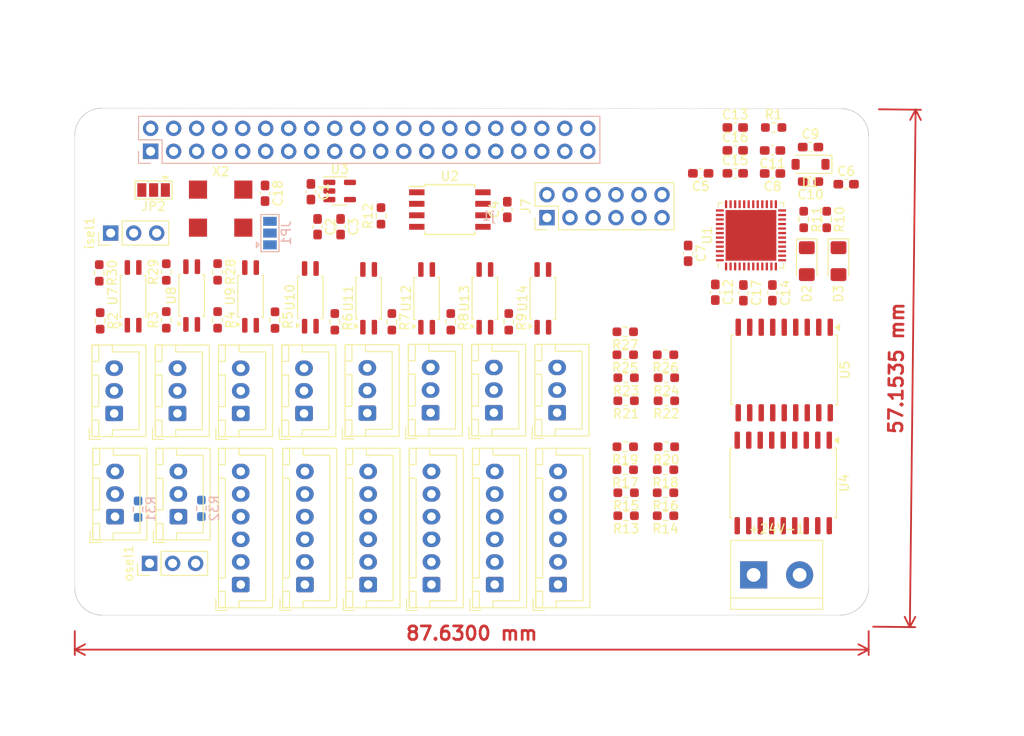
<source format=kicad_pcb>
(kicad_pcb (version 20240108) (generator "pcbnew") (generator_version "8.0")
  (title_block (date "15 nov 2012"))
  (layers (0 "F.Cu" signal) (1 "In1.Cu" signal) (2 "In2.Cu" signal) (31 "B.Cu" signal) (34 "B.Paste" user) (35 "F.Paste" user) (36 "B.SilkS" user "B.Silkscreen") (37 "F.SilkS" user "F.Silkscreen") (38 "B.Mask" user) (39 "F.Mask" user) (44 "Edge.Cuts" user))
  (net 0 "")
  (net 1 "/GPIO2{slash}SDA1")
  (net 2 "/GPIO3{slash}SCL1")
  (net 3 "/GPIO14{slash}TXD0")
  (net 4 "/GPIO15{slash}RXD0")
  (net 5 "/GPIO17")
  (net 6 "/GPIO18{slash}PCM.CLK")
  (net 7 "/GPIO27")
  (net 8 "/GPIO22")
  (net 9 "/GPIO23")
  (net 10 "/GPIO24")
  (net 11 "2v5")
  (net 12 "3v3")
  (net 13 "CRESET")
  (net 14 "/ID_SDA")
  (net 15 "/ID_SCL")
  (net 16 "/GPIO5")
  (net 17 "/GPIO6")
  (net 18 "/GPIO12{slash}PWM0")
  (net 19 "/GPIO13{slash}PWM1")
  (net 20 "/GPIO19{slash}PCM.FS")
  (net 21 "/GPIO16")
  (net 22 "/GPIO26")
  (net 23 "/GPIO20{slash}PCM.DIN")
  (net 24 "/GPIO21{slash}PCM.DOUT")
  (net 25 "SPI_CS1")
  (net 26 "1v2")
  (net 27 "Net-(U1D-VCCPLL)")
  (net 29 "SPI_MOSI")
  (net 30 "SPI_SCK")
  (net 31 "SPI_MISO")
  (net 32 "gnd")
  (net 33 "Net-(U3-BYP)")
  (net 35 "Net-(input1-Pin_1)")
  (net 36 "Net-(input2-Pin_1)")
  (net 37 "in_power")
  (net 38 "Net-(input3-Pin_1)")
  (net 39 "out_power")
  (net 40 "Net-(input4-Pin_1)")
  (net 41 "Net-(input5-Pin_1)")
  (net 42 "Net-(input6-Pin_1)")
  (net 43 "Net-(input7-Pin_1)")
  (net 44 "Net-(input8-Pin_1)")
  (net 45 "Net-(R2-Pad1)")
  (net 46 "Net-(R3-Pad1)")
  (net 47 "Net-(R4-Pad1)")
  (net 48 "Net-(R5-Pad1)")
  (net 49 "Net-(R6-Pad1)")
  (net 50 "Net-(R7-Pad1)")
  (net 51 "Net-(R8-Pad1)")
  (net 52 "Net-(R9-Pad1)")
  (net 53 "j1_dir")
  (net 54 "j1_step")
  (net 55 "enable")
  (net 56 "5v")
  (net 57 "12v")
  (net 58 "j2_step")
  (net 59 "j2_dir")
  (net 60 "j3_dir")
  (net 61 "j3_step")
  (net 62 "j4_step")
  (net 63 "j4_dir")
  (net 66 "j6_dir")
  (net 67 "j6_step")
  (net 68 "j5_dir")
  (net 69 "j5_step")
  (net 70 "out2")
  (net 71 "out1")
  (net 72 "2")
  (net 73 "3")
  (net 74 "4")
  (net 75 "6")
  (net 76 "9")
  (net 77 "10")
  (net 78 "11")
  (net 79 "12")
  (net 80 "13")
  (net 81 "18")
  (net 82 "19")
  (net 83 "20")
  (net 84 "21")
  (net 85 "23")
  (net 86 "25")
  (net 87 "26")
  (net 88 "27")
  (net 89 "28")
  (net 90 "31")
  (net 91 "32")
  (net 92 "34")
  (net 93 "35")
  (net 94 "36")
  (net 95 "37")
  (net 96 "38")
  (net 97 "39")
  (net 98 "40")
  (net 99 "41")
  (net 100 "42")
  (net 101 "43")
  (net 102 "44")
  (net 103 "45")
  (net 104 "46")
  (net 105 "47")
  (net 106 "48")
  (net 107 "Net-(D2-K)")
  (net 108 "Net-(D3-K)")
  (net 110 "RPI_CLK")
  (net 111 "Net-(JP2-C)")
  (net 112 "Net-(JP1-A)")
  (footprint "Resistor_SMD:R_0603_1608Metric_Pad0.98x0.95mm_HandSolder" (layer "F.Cu") (at 160.76 71.24 180)
    (property "Reference" "R25" (at 0 -1.43 360) (layer "F.SilkS"))
    (property "Value" "20k")
    (pad "1" smd roundrect (at -0.9125 0 180) (size 0.975 0.95) (layers "F.Cu" "F.Paste" "F.Mask") (net 32 "gnd"))
    (pad "2" smd roundrect (at 0.9125 0 180) (size 0.975 0.95) (layers "F.Cu" "F.Paste" "F.Mask") (net 103 "45"))
  )
  (footprint "Capacitor_SMD:C_0603_1608Metric_Pad1.08x0.95mm_HandSolder" (layer "F.Cu") (at 172.9 51.2)
    (property "Reference" "C15" (at 0 -1.43 0) (layer "F.SilkS"))
    (property "Value" "1u")
    (pad "1" smd roundrect (at -0.8625 0) (size 1.075 0.95) (layers "F.Cu" "F.Paste" "F.Mask") (net 26 "1v2"))
    (pad "2" smd roundrect (at 0.8625 0) (size 1.075 0.95) (layers "F.Cu" "F.Paste" "F.Mask") (net 32 "gnd"))
  )
  (footprint "Connector_JST:JST_XH_B3B-XH-A_1x03_P2.50mm_Vertical" (layer "F.Cu") (at 104.445 89.125 90)
    (property "Reference" "output1" (hide yes))
    (property "Value" "Conn_01x03" (hide yes))
    (pad "1" thru_hole roundrect (at 0 0 90) (size 1.7 1.95) (drill 0.95) (layers "*.Cu" "*.Mask") (roundrect_rratio 0.1470588235) (net 71 "out1"))
    (pad "2" thru_hole oval (at 2.5 0 90) (size 1.7 1.95) (drill 0.95) (layers "*.Cu" "*.Mask") (net 39 "out_power"))
    (pad "3" thru_hole oval (at 5 0 90) (size 1.7 1.95) (drill 0.95) (layers "*.Cu" "*.Mask") (net 32 "gnd"))
  )
  (footprint "LED_SMD:LED_1206_3216Metric_Pad1.42x1.75mm_HandSolder" (layer "F.Cu") (at 180.8 60.9 -90)
    (property "Reference" "D2" (at 3.5925 0 90) (layer "F.SilkS"))
    (property "Value" "LED")
    (pad "1" smd roundrect (at -1.4875 0 270) (size 1.425 1.75) (layers "F.Cu" "F.Paste" "F.Mask") (roundrect_rratio 0.1754392982) (net 107 "Net-(D2-K)"))
    (pad "2" smd roundrect (at 1.4875 0 270) (size 1.425 1.75) (layers "F.Cu" "F.Paste" "F.Mask") (roundrect_rratio 0.1754392982) (net 12 "3v3"))
  )
  (footprint "Connector_PinHeader_2.54mm:PinHeader_1x03_P2.54mm_Vertical" (layer "F.Cu") (at 108.255 94.285 90)
    (property "Reference" "osel1" (at 0 -2.33 90) (layer "F.SilkS"))
    (property "Value" "Conn_01x03")
    (pad "1" thru_hole rect (at 0 0 90) (size 1.7 1.7) (drill 1) (layers "*.Cu" "*.Mask") (net 56 "5v"))
    (pad "2" thru_hole oval (at 0 2.54 90) (size 1.7 1.7) (drill 1) (layers "*.Cu" "*.Mask") (net 39 "out_power"))
    (pad "3" thru_hole oval (at 0 5.08 90) (size 1.7 1.7) (drill 1) (layers "*.Cu" "*.Mask") (net 57 "12v"))
  )
  (footprint "Package_SO:SOP-4_4.4x2.6mm_P1.27mm" (layer "F.Cu") (at 132.435 65.005328 90)
    (property "Reference" "U11" (at 0 -2.25 90) (layer "F.SilkS"))
    (property "Value" "PC817")
    (pad "1" smd roundrect (at -3.1875 -0.635 90) (size 1.625 0.6) (layers "F.Cu" "F.Paste" "F.Mask") (net 49 "Net-(R6-Pad1)"))
    (pad "2" smd roundrect (at -3.1875 0.635 90) (size 1.625 0.6) (layers "F.Cu" "F.Paste" "F.Mask") (net 41 "Net-(input5-Pin_1)"))
    (pad "3" smd roundrect (at 3.1875 0.635 90) (size 1.625 0.6) (layers "F.Cu" "F.Paste" "F.Mask") (net 32 "gnd"))
    (pad "4" smd roundrect (at 3.1875 -0.635 90) (size 1.625 0.6) (layers "F.Cu" "F.Paste" "F.Mask") (net 95 "37"))
  )
  (footprint "Resistor_SMD:R_0603_1608Metric_Pad0.98x0.95mm_HandSolder" (layer "F.Cu") (at 177.14 46.135)
    (property "Reference" "R1" (at 0 -1.43 0) (layer "F.SilkS"))
    (property "Value" "100")
    (pad "1" smd roundrect (at -0.9125 0) (size 0.975 0.95) (layers "F.Cu" "F.Paste" "F.Mask") (net 26 "1v2"))
    (pad "2" smd roundrect (at 0.9125 0) (size 0.975 0.95) (layers "F.Cu" "F.Paste" "F.Mask") (net 27 "Net-(U1D-VCCPLL)"))
  )
  (footprint "MountingHole:MountingHole_2.7mm_M2.5" (layer "F.Cu") (at 161.5 47.5)
    (property "Reference" "MH2" (hide yes))
    (property "Value" "MountingHole_2.7mm_M2.5" (hide yes))
    (pad "" np_thru_hole circle (at 0 0) (size 2.7 2.7) (drill 2.7) (layers "*.Cu" "*.Mask"))
  )
  (footprint "Resistor_SMD:R_0603_1608Metric_Pad0.98x0.95mm_HandSolder" (layer "F.Cu") (at 102.8 67.5 -90)
    (property "Reference" "R2" (at 0 -1.43 90) (layer "F.SilkS"))
    (property "Value" "3K3")
    (pad "1" smd roundrect (at -0.9125 0 270) (size 0.975 0.95) (layers "F.Cu" "F.Paste" "F.Mask") (net 45 "Net-(R2-Pad1)"))
    (pad "2" smd roundrect (at 0.9125 0 270) (size 0.975 0.95) (layers "F.Cu" "F.Paste" "F.Mask") (net 37 "in_power"))
  )
  (footprint "Connector_JST:JST_XH_B6B-XH-A_1x06_P2.50mm_Vertical" (layer "F.Cu") (at 146.355 96.625 90)
    (property "Reference" "J5" (hide yes))
    (property "Value" "Conn_01x06" (hide yes))
    (pad "1" thru_hole roundrect (at 0 0 90) (size 1.7 1.95) (drill 0.95) (layers "*.Cu" "*.Mask") (roundrect_rratio 0.1470588235) (net 57 "12v"))
    (pad "2" thru_hole oval (at 2.5 0 90) (size 1.7 1.95) (drill 0.95) (layers "*.Cu" "*.Mask") (net 32 "gnd"))
    (pad "3" thru_hole oval (at 5 0 90) (size 1.7 1.95) (drill 0.95) (layers "*.Cu" "*.Mask") (net 56 "5v"))
    (pad "4" thru_hole oval (at 7.5 0 90) (size 1.7 1.95) (drill 0.95) (layers "*.Cu" "*.Mask") (net 55 "enable"))
    (pad "5" thru_hole oval (at 10 0 90) (size 1.7 1.95) (drill 0.95) (layers "*.Cu" "*.Mask") (net 69 "j5_step"))
    (pad "6" thru_hole oval (at 12.5 0 90) (size 1.7 1.95) (drill 0.95) (layers "*.Cu" "*.Mask") (net 68 "j5_dir"))
  )
  (footprint "Resistor_SMD:R_0603_1608Metric_Pad0.98x0.95mm_HandSolder" (layer "F.Cu") (at 115.765 67.3875 -90)
    (property "Reference" "R4" (at 0 -1.43 90) (layer "F.SilkS"))
    (property "Value" "3K3")
    (pad "1" smd roundrect (at -0.9125 0 270) (size 0.975 0.95) (layers "F.Cu" "F.Paste" "F.Mask") (net 47 "Net-(R4-Pad1)"))
    (pad "2" smd roundrect (at 0.9125 0 270) (size 0.975 0.95) (layers "F.Cu" "F.Paste" "F.Mask") (net 37 "in_power"))
  )
  (footprint "Connector_JST:JST_XH_B3B-XH-A_1x03_P2.50mm_Vertical" (layer "F.Cu") (at 146.26 77.645 90)
    (property "Reference" "input7" (hide yes))
    (property "Value" "Conn_01x03" (hide yes))
    (pad "1" thru_hole roundrect (at 0 0 90) (size 1.7 1.95) (drill 0.95) (layers "*.Cu" "*.Mask") (roundrect_rratio 0.1470588235) (net 43 "Net-(input7-Pin_1)"))
    (pad "2" thru_hole oval (at 2.5 0 90) (size 1.7 1.95) (drill 0.95) (layers "*.Cu" "*.Mask") (net 37 "in_power"))
    (pad "3" thru_hole oval (at 5 0 90) (size 1.7 1.95) (drill 0.95) (layers "*.Cu" "*.Mask") (net 32 "gnd"))
  )
  (footprint "Capacitor_SMD:C_0603_1608Metric_Pad1.08x0.95mm_HandSolder" (layer "F.Cu") (at 169.09 51.2 180)
    (property "Reference" "C5" (at 0 -1.43 360) (layer "F.SilkS"))
    (property "Value" "100n")
    (pad "1" smd roundrect (at -0.8625 0 180) (size 1.075 0.95) (layers "F.Cu" "F.Paste" "F.Mask") (net 32 "gnd"))
    (pad "2" smd roundrect (at 0.8625 0 180) (size 1.075 0.95) (layers "F.Cu" "F.Paste" "F.Mask") (net 12 "3v3"))
  )
  (footprint "Resistor_SMD:R_0603_1608Metric_Pad0.98x0.95mm_HandSolder" (layer "F.Cu") (at 110.1 62.1 90)
    (property "Reference" "R29" (at 0 -1.43 90) (layer "F.SilkS"))
    (property "Value" "20K")
    (pad "1" smd roundrect (at -0.9125 0 90) (size 0.975 0.95) (layers "F.Cu" "F.Paste" "F.Mask") (net 12 "3v3"))
    (pad "2" smd roundrect (at 0.9125 0 90) (size 0.975 0.95) (layers "F.Cu" "F.Paste" "F.Mask") (net 98 "40"))
  )
  (footprint "Diode_SMD:D_SOD-123" (layer "F.Cu") (at 181.2125 50.205 180)
    (property "Reference" "D1" (at 0 -2 360) (layer "F.SilkS"))
    (property "Value" "1N4148WS")
    (pad "1" smd roundrect (at -1.65 0 180) (size 0.9 1.2) (layers "F.Cu" "F.Paste" "F.Mask") (net 11 "2v5"))
    (pad "2" smd roundrect (at 1.65 0 180) (size 0.9 1.2) (layers "F.Cu" "F.Paste" "F.Mask") (net 12 "3v3"))
  )
  (footprint "Resistor_SMD:R_0603_1608Metric_Pad0.98x0.95mm_HandSolder" (layer "F.Cu") (at 160.76 81.4 180)
    (property "Reference" "R19" (at 0 -1.43 360) (layer "F.SilkS"))
    (property "Value" "20k")
    (pad "1" smd roundrect (at -0.9125 0 180) (size 0.975 0.95) (layers "F.Cu" "F.Paste" "F.Mask") (net 32 "gnd"))
    (pad "2" smd roundrect (at 0.9125 0 180) (size 0.975 0.95) (layers "F.Cu" "F.Paste" "F.Mask") (net 74 "4"))
  )
  (footprint "Resistor_SMD:R_0603_1608Metric_Pad0.98x0.95mm_HandSolder" (layer "F.Cu") (at 128.7 67.6 -90)
    (property "Reference" "R6" (at 0 -1.43 90) (layer "F.SilkS"))
    (property "Value" "3K3")
    (pad "1" smd roundrect (at -0.9125 0 270) (size 0.975 0.95) (layers "F.Cu" "F.Paste" "F.Mask") (net 49 "Net-(R6-Pad1)"))
    (pad "2" smd roundrect (at 0.9125 0 270) (size 0.975 0.95) (layers "F.Cu" "F.Paste" "F.Mask") (net 37 "in_power"))
  )
  (footprint "Connector_PinHeader_2.54mm:PinHeader_2x06_P2.54mm_Vertical" (layer "F.Cu") (at 152.12 56.1 90)
    (property "Reference" "J7" (at 1.27 -2.33 90) (layer "F.SilkS"))
    (property "Value" "Conn_02x06_Odd_Even")
    (pad "1" thru_hole rect (at 0 0 90) (size 1.7 1.7) (drill 1) (layers "*.Cu" "*.Mask") (net 12 "3v3"))
    (pad "2" thru_hole oval (at 2.54 0 90) (size 1.7 1.7) (drill 1) (layers "*.Cu" "*.Mask") (net 12 "3v3"))
    (pad "3" thru_hole oval (at 0 2.54 90) (size 1.7 1.7) (drill 1) (layers "*.Cu" "*.Mask") (net 32 "gnd"))
    (pad "4" thru_hole oval (at 2.54 2.54 90) (size 1.7 1.7) (drill 1) (layers "*.Cu" "*.Mask") (net 32 "gnd"))
    (pad "5" thru_hole oval (at 0 5.08 90) (size 1.7 1.7) (drill 1) (layers "*.Cu" "*.Mask") (net 90 "31"))
    (pad "6" thru_hole oval (at 2.54 5.08 90) (size 1.7 1.7) (drill 1) (layers "*.Cu" "*.Mask") (net 89 "28"))
    (pad "7" thru_hole oval (at 0 7.62 90) (size 1.7 1.7) (drill 1) (layers "*.Cu" "*.Mask") (net 88 "27"))
    (pad "8" thru_hole oval (at 2.54 7.62 90) (size 1.7 1.7) (drill 1) (layers "*.Cu" "*.Mask") (net 87 "26"))
    (pad "9" thru_hole oval (at 0 10.16 90) (size 1.7 1.7) (drill 1) (layers "*.Cu" "*.Mask") (net 86 "25"))
    (pad "10" thru_hole oval (at 2.54 10.16 90) (size 1.7 1.7) (drill 1) (layers "*.Cu" "*.Mask") (net 85 "23"))
    (pad "11" thru_hole oval (at 0 12.7 90) (size 1.7 1.7) (drill 1) (layers "*.Cu" "*.Mask") (net 84 "21"))
    (pad "12" thru_hole oval (at 2.54 12.7 90) (size 1.7 1.7) (drill 1) (layers "*.Cu" "*.Mask") (net 83 "20"))
  )
  (footprint "Package_DFN_QFN:QFN-48-1EP_7x7mm_P0.5mm_EP5.6x5.6mm" (layer "F.Cu") (at 174.6375 58.05 90)
    (property "Reference" "U1" (at 0 -4.82 90) (layer "F.SilkS"))
    (property "Value" "ICE40UP5K-SG48ITR" (hide yes))
    (pad "1" smd roundrect (at -3.4375 -2.75 90) (size 0.875 0.25) (layers "F.Cu" "F.Paste" "F.Mask") (net 12 "3v3"))
    (pad "2" smd roundrect (at -3.4375 -2.25 90) (size 0.875 0.25) (layers "F.Cu" "F.Paste" "F.Mask") (net 72 "2"))
    (pad "3" smd roundrect (at -3.4375 -1.75 90) (size 0.875 0.25) (layers "F.Cu" "F.Paste" "F.Mask") (net 73 "3"))
    (pad "4" smd roundrect (at -3.4375 -1.25 90) (size 0.875 0.25) (layers "F.Cu" "F.Paste" "F.Mask") (net 74 "4"))
    (pad "5" smd roundrect (at -3.4375 -0.75 90) (size 0.875 0.25) (layers "F.Cu" "F.Paste" "F.Mask") (net 26 "1v2"))
    (pad "6" smd roundrect (at -3.4375 -0.25 90) (size 0.875 0.25) (layers "F.Cu" "F.Paste" "F.Mask") (net 75 "6"))
    (pad "7" smd roundrect (at -3.4375 0.25 90) (size 0.875 0.25) (layers "F.Cu" "F.Paste" "F.Mask"))
    (pad "8" smd roundrect (at -3.4375 0.75 90) (size 0.875 0.25) (layers "F.Cu" "F.Paste" "F.Mask") (net 13 "CRESET"))
    (pad "9" smd roundrect (at -3.4375 1.25 90) (size 0.875 0.25) (layers "F.Cu" "F.Paste" "F.Mask") (net 76 "9"))
    (pad "10" smd roundrect (at -3.4375 1.75 90) (size 0.875 0.25) (layers "F.Cu" "F.Paste" "F.Mask") (net 77 "10"))
    (pad "11" smd roundrect (at -3.4375 2.25 90) (size 0.875 0.25) (layers "F.Cu" "F.Paste" "F.Mask") (net 78 "11"))
    (pad "12" smd roundrect (at -3.4375 2.75 90) (size 0.875 0.25) (layers "F.Cu" "F.Paste" "F.Mask") (net 79 "12"))
    (pad "13" smd roundrect (at -2.75 3.4375 90) (size 0.25 0.875) (layers "F.Cu" "F.Paste" "F.Mask") (net 80 "13"))
    (pad "14" smd roundrect (at -2.25 3.4375 90) (size 0.25 0.875) (layers "F.Cu" "F.Paste" "F.Mask") (net 29 "SPI_MOSI"))
    (pad "15" smd roundrect (at -1.75 3.4375 90) (size 0.25 0.875) (layers "F.Cu" "F.Paste" "F.Mask") (net 30 "SPI_SCK"))
    (pad "16" smd roundrect (at -1.25 3.4375 90) (size 0.25 0.875) (layers "F.Cu" "F.Paste" "F.Mask") (net 25 "SPI_CS1"))
    (pad "17" smd roundrect (at -0.75 3.4375 90) (size 0.25 0.875) (layers "F.Cu" "F.Paste" "F.Mask") (net 31 "SPI_MISO"))
    (pad "18" smd roundrect (at -0.25 3.4375 90) (size 0.25 0.875) (layers "F.Cu" "F.Paste" "F.Mask") (net 81 "18"))
    (pad "19" smd roundrect (at 0.25 3.4375 90) (size 0.25 0.875) (layers "F.Cu" "F.Paste" "F.Mask") (net 82 "19"))
    (pad "20" smd roundrect (at 0.75 3.4375 90) (size 0.25 0.875) (layers "F.Cu" "F.Paste" "F.Mask") (net 83 "20"))
    (pad "21" smd roundrect (at 1.25 3.4375 90) (size 0.25 0.875) (layers "F.Cu" "F.Paste" "F.Mask") (net 84 "21"))
    (pad "22" smd roundrect (at 1.75 3.4375 90) (size 0.25 0.875) (layers "F.Cu" "F.Paste" "F.Mask") (net 12 "3v3"))
    (pad "23" smd roundrect (at 2.25 3.4375 90) (size 0.25 0.875) (layers "F.Cu" "F.Paste" "F.Mask") (net 85 "23"))
    (pad "24" smd roundrect (at 2.75 3.4375 90) (size 0.25 0.875) (layers "F.Cu" "F.Paste" "F.Mask") (net 11 "2v5"))
    (pad "25" smd roundrect (at 3.4375 2.75 90) (size 0.875 0.25) (layers "F.Cu" "F.Paste" "F.Mask") (net 86 "25"))
    (pad "26" smd roundrect (at 3.4375 2.25 90) (size 0.875 0.25) (layers "F.Cu" "F.Paste" "F.Mask") (net 87 "26"))
    (pad "27" smd roundrect (at 3.4375 1.75 90) (size 0.875 0.25) (layers "F.Cu" "F.Paste" "F.Mask") (net 88 "27"))
    (pad "28" smd roundrect (at 3.4375 1.25 90) (size 0.875 0.25) (layers "F.Cu" "F.Paste" "F.Mask") (net 89 "28"))
    (pad "29" smd roundrect (at 3.4375 0.75 90) (size 0.875 0.25) (layers "F.Cu" "F.Paste" "F.Mask") (net 27 "Net-(U1D-VCCPLL)"))
    (pad "30" smd roundrect (at 3.4375 0.25 90) (size 0.875 0.25) (layers "F.Cu" "F.Paste" "F.Mask") (net 26 "1v2"))
    (pad "31" smd roundrect (at 3.4375 -0.25 90) (size 0.875 0.25) (layers "F.Cu" "F.Paste" "F.Mask") (net 90 "31"))
    (pad "32" smd roundrect (at 3.4375 -0.75 90) (size 0.875 0.25) (layers "F.Cu" "F.Paste" "F.Mask") (net 91 "32"))
    (pad "33" smd roundrect (at 3.4375 -1.25 90) (size 0.875 0.25) (layers "F.Cu" "F.Paste" "F.Mask") (net 12 "3v3"))
    (pad "34" smd roundrect (at 3.4375 -1.75 90) (size 0.875 0.25) (layers "F.Cu" "F.Paste" "F.Mask") (net 92 "34"))
    (pad "35" smd roundrect (at 3.4375 -2.25 90) (size 0.875 0.25) (layers "F.Cu" "F.Paste" "F.Mask") (net 93 "35"))
    (pad "36" smd roundrect (at 3.4375 -2.75 90) (size 0.875 0.25) (layers "F.Cu" "F.Paste" "F.Mask") (net 94 "36"))
    (pad "37" smd roundrect (at 2.75 -3.4375 90) (size 0.25 0.875) (layers "F.Cu" "F.Paste" "F.Mask") (net 95 "37"))
    (pad "38" smd roundrect (at 2.25 -3.4375 90) (size 0.25 0.875) (layers "F.Cu" "F.Paste" "F.Mask") (net 96 "38"))
    (pad "39" smd roundrect (at 1.75 -3.4375 90) (size 0.25 0.875) (layers "F.Cu" "F.Paste" "F.Mask") (net 97 "39"))
    (pad "40" smd roundrect (at 1.25 -3.4375 90) (size 0.25 0.875) (layers "F.Cu" "F.Paste" "F.Mask") (net 98 "40"))
    (pad "41" smd roundrect (at 0.75 -3.4375 90) (size 0.25 0.875) (layers "F.Cu" "F.Paste" "F.Mask") (net 99 "41"))
    (pad "42" smd roundrect (at 0.25 -3.4375 90) (size 0.25 0.875) (layers "F.Cu" "F.Paste" "F.Mask") (net 100 "42"))
    (pad "43" smd roundrect (at -0.25 -3.4375 90) (size 0.25 0.875) (layers "F.Cu" "F.Paste" "F.Mask") (net 101 "43"))
    (pad "44" smd roundrect (at -0.75 -3.4375 90) (size 0.25 0.875) (layers "F.Cu" "F.Paste" "F.Mask") (net 102 "44"))
    (pad "45" smd roundrect (at -1.25 -3.4375 90) (size 0.25 0.875) (layers "F.Cu" "F.Paste" "F.Mask") (net 103 "45"))
    (pad "46" smd roundrect (at -1.75 -3.4375 90) (size 0.25 0.875) (layers "F.Cu" "F.Paste" "F.Mask") (net 104 "46"))
    (pad "47" smd roundrect (at -2.25 -3.4375 90) (size 0.25 0.875) (layers "F.Cu" "F.Paste" "F.Mask") (net 105 "47"))
    (pad "48" smd roundrect (at -2.75 -3.4375 90) (size 0.25 0.875) (layers "F.Cu" "F.Paste" "F.Mask") (net 106 "48"))
    (pad "49" smd rect (at 0 0 90) (size 5.6 5.6) (layers "F.Cu" "F.Mask") (net 32 "gnd"))
  )
  (footprint "Package_SO:SOP-4_4.4x2.6mm_P1.27mm" (layer "F.Cu") (at 106.435 64.7875 90)
    (property "Reference" "U7" (at 0 -2.25 90) (layer "F.SilkS"))
    (property "Value" "PC817")
    (pad "1" smd roundrect (at -3.1875 -0.635 90) (size 1.625 0.6) (layers "F.Cu" "F.Paste" "F.Mask") (net 45 "Net-(R2-Pad1)"))
    (pad "2" smd roundrect (at -3.1875 0.635 90) (size 1.625 0.6) (layers "F.Cu" "F.Paste" "F.Mask") (net 35 "Net-(input1-Pin_1)"))
    (pad "3" smd roundrect (at 3.1875 0.635 90) (size 1.625 0.6) (layers "F.Cu" "F.Paste" "F.Mask") (net 32 "gnd"))
    (pad "4" smd roundrect (at 3.1875 -0.635 90) (size 1.625 0.6) (layers "F.Cu" "F.Paste" "F.Mask") (net 99 "41"))
  )
  (footprint "Resistor_SMD:R_0603_1608Metric_Pad0.98x0.95mm_HandSolder" (layer "F.Cu") (at 110.1 67.3875 90)
    (property "Reference" "R3" (at 0 -1.43 90) (layer "F.SilkS"))
    (property "Value" "3K3")
    (pad "1" smd roundrect (at -0.9125 0 90) (size 0.975 0.95) (layers "F.Cu" "F.Paste" "F.Mask") (net 46 "Net-(R3-Pad1)"))
    (pad "2" smd roundrect (at 0.9125 0 90) (size 0.975 0.95) (layers "F.Cu" "F.Paste" "F.Mask") (net 37 "in_power"))
  )
  (footprint "Resistor_SMD:R_0603_1608Metric_Pad0.98x0.95mm_HandSolder" (layer "F.Cu") (at 102.7 62.2 -90)
    (property "Reference" "R30" (at 0 -1.43 90) (layer "F.SilkS"))
    (property "Value" "20K")
    (pad "1" smd roundrect (at -0.9125 0 270) (size 0.975 0.95) (layers "F.Cu" "F.Paste" "F.Mask") (net 12 "3v3"))
    (pad "2" smd roundrect (at 0.9125 0 270) (size 0.975 0.95) (layers "F.Cu" "F.Paste" "F.Mask") (net 99 "41"))
  )
  (footprint "Capacitor_SMD:C_0603_1608Metric_Pad1.08x0.95mm_HandSolder" (layer "F.Cu") (at 177.0175 48.675 180)
    (property "Reference" "C11" (at 0 -1.43 360) (layer "F.SilkS"))
    (property "Value" "10u")
    (pad "1" smd roundrect (at -0.8625 0 180) (size 1.075 0.95) (layers "F.Cu" "F.Paste" "F.Mask") (net 27 "Net-(U1D-VCCPLL)"))
    (pad "2" smd roundrect (at 0.8625 0 180) (size 1.075 0.95) (layers "F.Cu" "F.Paste" "F.Mask") (net 32 "gnd"))
  )
  (footprint "Package_SO:SOIC-8W_5.3x5.3mm_P1.27mm" (layer "F.Cu") (at 141.4 55.2)
    (property "Reference" "U2" (at 0 -3.68 0) (layer "F.SilkS"))
    (property "Value" "AT25SF041B-SHD 4 Mb")
    (pad "1" smd rect (at -3.65 -1.905) (size 1.7 0.65) (layers "F.Cu" "F.Paste" "F.Mask") (net 25 "SPI_CS1"))
    (pad "2" smd rect (at -3.65 -0.635) (size 1.7 0.65) (layers "F.Cu" "F.Paste" "F.Mask") (net 31 "SPI_MISO"))
    (pad "3" smd rect (at -3.65 0.635) (size 1.7 0.65) (layers "F.Cu" "F.Paste" "F.Mask") (net 12 "3v3"))
    (pad "4" smd rect (at -3.65 1.905) (size 1.7 0.65) (layers "F.Cu" "F.Paste" "F.Mask") (net 32 "gnd"))
    (pad "5" smd rect (at 3.65 1.905) (size 1.7 0.65) (layers "F.Cu" "F.Paste" "F.Mask") (net 29 "SPI_MOSI"))
    (pad "6" smd rect (at 3.65 0.635) (size 1.7 0.65) (layers "F.Cu" "F.Paste" "F.Mask") (net 30 "SPI_SCK"))
    (pad "7" smd rect (at 3.65 -0.635) (size 1.7 0.65) (layers "F.Cu" "F.Paste" "F.Mask") (net 12 "3v3"))
    (pad "8" smd rect (at 3.65 -1.905) (size 1.7 0.65) (layers "F.Cu" "F.Paste" "F.Mask") (net 12 "3v3"))
  )
  (footprint "Connector_JST:JST_XH_B3B-XH-A_1x03_P2.50mm_Vertical" (layer "F.Cu") (at 111.335 77.725 90)
    (property "Reference" "input2" (hide yes))
    (property "Value" "Conn_01x03" (hide yes))
    (pad "1" thru_hole roundrect (at 0 0 90) (size 1.7 1.95) (drill 0.95) (layers "*.Cu" "*.Mask") (roundrect_rratio 0.1470588235) (net 36 "Net-(input2-Pin_1)"))
    (pad "2" thru_hole oval (at 2.5 0 90) (size 1.7 1.95) (drill 0.95) (layers "*.Cu" "*.Mask") (net 37 "in_power"))
    (pad "3" thru_hole oval (at 5 0 90) (size 1.7 1.95) (drill 0.95) (layers "*.Cu" "*.Mask") (net 32 "gnd"))
  )
  (footprint "Capacitor_SMD:C_0603_1608Metric_Pad1.08x0.95mm_HandSolder" (layer "F.Cu") (at 185.1375 52.4)
    (property "Reference" "C6" (at 0 -1.43 0) (layer "F.SilkS"))
    (property "Value" "100n")
    (pad "1" smd roundrect (at -0.8625 0) (size 1.075 0.95) (layers "F.Cu" "F.Paste" "F.Mask") (net 32 "gnd"))
    (pad "2" smd roundrect (at 0.8625 0) (size 1.075 0.95) (layers "F.Cu" "F.Paste" "F.Mask") (net 12 "3v3"))
  )
  (footprint "Resistor_SMD:R_0603_1608Metric_Pad0.98x0.95mm_HandSolder" (layer "F.Cu") (at 165.205 86.48 180)
    (property "Reference" "R16" (at 0 -1.43 360) (layer "F.SilkS"))
    (property "Value" "20k")
    (pad "1" smd roundrect (at -0.9125 0 180) (size 0.975 0.95) (layers "F.Cu" "F.Paste" "F.Mask") (net 32 "gnd"))
    (pad "2" smd roundrect (at 0.9125 0 180) (size 0.975 0.95) (layers "F.Cu" "F.Paste" "F.Mask") (net 77 "10"))
  )
  (footprint "Capacitor_SMD:C_0603_1608Metric_Pad1.08x0.95mm_HandSolder" (layer "F.Cu") (at 173.8 64.4 -90)
    (property "Reference" "C17" (at 0 -1.43 90) (layer "F.SilkS"))
    (property "Value" "10n")
    (pad "1" smd roundrect (at -0.8625 0 270) (size 1.075 0.95) (layers "F.Cu" "F.Paste" "F.Mask") (net 26 "1v2"))
    (pad "2" smd roundrect (at 0.8625 0 270) (size 1.075 0.95) (layers "F.Cu" "F.Paste" "F.Mask") (net 32 "gnd"))
  )
  (footprint "Capacitor_SMD:C_0603_1608Metric_Pad1.08x0.95mm_HandSolder" (layer "F.Cu") (at 121 53.4 -90)
    (property "Reference" "C18" (at 0 -1.43 90) (layer "F.SilkS"))
    (property "Value" "100n")
    (pad "1" smd roundrect (at -0.8625 0 270) (size 1.075 0.95) (layers "F.Cu" "F.Paste" "F.Mask") (net 12 "3v3"))
    (pad "2" smd roundrect (at 0.8625 0 270) (size 1.075 0.95) (layers "F.Cu" "F.Paste" "F.Mask") (net 32 "gnd"))
  )
  (footprint "Package_SO:SOP-4_4.4x2.6mm_P1.27mm" (layer "F.Cu") (at 138.835 65.0125 90)
    (property "Reference" "U12" (at 0 -2.25 90) (layer "F.SilkS"))
    (property "Value" "PC817")
    (pad "1" smd roundrect (at -3.1875 -0.635 90) (size 1.625 0.6) (layers "F.Cu" "F.Paste" "F.Mask") (net 50 "Net-(R7-Pad1)"))
    (pad "2" smd roundrect (at -3.1875 0.635 90) (size 1.625 0.6) (layers "F.Cu" "F.Paste" "F.Mask") (net 42 "Net-(input6-Pin_1)"))
    (pad "3" smd roundrect (at 3.1875 0.635 90) (size 1.625 0.6) (layers "F.Cu" "F.Paste" "F.Mask") (net 32 "gnd"))
    (pad "4" smd roundrect (at 3.1875 -0.635 90) (size 1.625 0.6) (layers "F.Cu" "F.Paste" "F.Mask") (net 94 "36"))
  )
  (footprint "Capacitor_SMD:C_0603_1608Metric_Pad1.08x0.95mm_HandSolder" (layer "F.Cu") (at 172.9 48.66)
    (property "Reference" "C16" (at 0 -1.43 0) (layer "F.SilkS"))
    (property "Value" "100n")
    (pad "1" smd roundrect (at -0.8625 0) (size 1.075 0.95) (layers "F.Cu" "F.Paste" "F.Mask") (net 26 "1v2"))
    (pad "2" smd roundrect (at 0.8625 0) (size 1.075 0.95) (layers "F.Cu" "F.Paste" "F.Mask") (net 32 "gnd"))
  )
  (footprint "Capacitor_SMD:C_0603_1608Metric_Pad1.08x0.95mm_HandSolder" (layer "F.Cu") (at 126.8 57.1 -90)
    (property "Reference" "C2" (at 0 -1.43 -90) (layer "F.SilkS"))
    (property "Value" "10n")
    (pad "1" smd roundrect (at -0.8625 0 270) (size 1.075 0.95) (layers "F.Cu" "F.Paste" "F.Mask") (net 33 "Net-(U3-BYP)"))
    (pad "2" smd roundrect (at 0.8625 0 270) (size 1.075 0.95) (layers "F.Cu" "F.Paste" "F.Mask") (net 32 "gnd"))
  )
  (footprint "Connector_JST:JST_XH_B3B-XH-A_1x03_P2.50mm_Vertical" (layer "F.Cu") (at 118.32 77.725 90)
    (property "Reference" "input3" (hide yes))
    (property "Value" "Conn_01x03" (hide yes))
    (pad "1" thru_hole roundrect (at 0 0 90) (size 1.7 1.95) (drill 0.95) (layers "*.Cu" "*.Mask") (roundrect_rratio 0.1470588235) (net 38 "Net-(input3-Pin_1)"))
    (pad "2" thru_hole oval (at 2.5 0 90) (size 1.7 1.95) (drill 0.95) (layers "*.Cu" "*.Mask") (net 37 "in_power"))
    (pad "3" thru_hole oval (at 5 0 90) (size 1.7 1.95) (drill 0.95) (layers "*.Cu" "*.Mask") (net 32 "gnd"))
  )
  (footprint "Resistor_SMD:R_0603_1608Metric_Pad0.98x0.95mm_HandSolder" (layer "F.Cu") (at 183 56.3 -90)
    (property "Reference" "R10" (at 0 -1.43 -90) (layer "F.SilkS"))
    (property "Value" "1k")
    (pad "1" smd roundrect (at -0.9125 0 270) (size 0.975 0.95) (layers "F.Cu" "F.Paste" "F.Mask") (net 82 "19"))
    (pad "2" smd roundrect (at 0.9125 0 270) (size 0.975 0.95) (layers "F.Cu" "F.Paste" "F.Mask") (net 108 "Net-(D3-K)"))
  )
  (footprint "Oscillator:Oscillator_SMD_EuroQuartz_XO91-4Pin_7.0x5.0mm" (layer "F.Cu") (at 116.1 55.1)
    (property "Reference" "X2" (at 0 -4.1 0) (layer "F.SilkS"))
    (property "Value" "XO91")
    (pad "1" smd rect (at -2.5 2.1) (size 2 2) (layers "F.Cu" "F.Paste" "F.Mask") (net 111 "Net-(JP2-C)"))
    (pad "2" smd rect (at 2.5 2.1) (size 2 2) (layers "F.Cu" "F.Paste" "F.Mask") (net 32 "gnd"))
    (pad "3" smd rect (at 2.5 -2.1) (size 2 2) (layers "F.Cu" "F.Paste" "F.Mask") (net 112 "Net-(JP1-A)"))
    (pad "4" smd rect (at -2.5 -2.1) (size 2 2) (layers "F.Cu" "F.Paste" "F.Mask") (net 12 "3v3"))
  )
  (footprint "Capacitor_SMD:C_0603_1608Metric_Pad1.08x0.95mm_HandSolder" (layer "F.Cu") (at 177.0175 51.215 180)
    (property "Reference" "C8" (at 0 -1.43 360) (layer "F.SilkS"))
    (property "Value" "100n")
    (pad "1" smd roundrect (at -0.8625 0 180) (size 1.075 0.95) (layers "F.Cu" "F.Paste" "F.Mask") (net 27 "Net-(U1D-VCCPLL)"))
    (pad "2" smd roundrect (at 0.8625 0 180) (size 1.075 0.95) (layers "F.Cu" "F.Paste" "F.Mask") (net 32 "gnd"))
  )
  (footprint "Resistor_SMD:R_0603_1608Metric_Pad0.98x0.95mm_HandSolder" (layer "F.Cu") (at 165.3 76.32 180)
    (property "Reference" "R22" (at 0 -1.43 360) (layer "F.SilkS"))
    (property "Value" "20k")
    (pad "1" smd roundrect (at -0.9125 0 180) (size 0.975 0.95) (layers "F.Cu" "F.Paste" "F.Mask") (net 32 "gnd"))
    (pad "2" smd roundrect (at 0.9125 0 180) (size 0.975 0.95) (layers "F.Cu" "F.Paste" "F.Mask") (net 106 "48"))
  )
  (footprint "Package_TO_SOT_SMD:SOT-23-5" (layer "F.Cu") (at 129.2375 53.15)
    (property "Reference" "U3" (at 0 -2.4 0) (layer "F.SilkS"))
    (property "Value" "LD3985M122R_SOT23" (hide yes))
    (pad "1" smd roundrect (at -1.1375 -0.95) (size 1.325 0.6) (layers "F.Cu" "F.Paste" "F.Mask") (net 12 "3v3"))
    (pad "2" smd roundrect (at -1.1375 0) (size 1.325 0.6) (layers "F.Cu" "F.Paste" "F.Mask") (net 32 "gnd"))
    (pad "3" smd roundrect (at -1.1375 0.95) (size 1.325 0.6) (layers "F.Cu" "F.Paste" "F.Mask") (net 12 "3v3"))
    (pad "4" smd roundrect (at 1.1375 0.95) (size 1.325 0.6) (layers "F.Cu" "F.Paste" "F.Mask") (net 33 "Net-(U3-BYP)"))
    (pad "5" smd roundrect (at 1.1375 -0.95) (size 1.325 0.6) (layers "F.Cu" "F.Paste" "F.Mask") (net 26 "1v2"))
  )
  (footprint "Resistor_SMD:R_0603_1608Metric_Pad0.98x0.95mm_HandSolder" (layer "F.Cu") (at 165.3 73.78 180)
    (property "Reference" "R24" (at 0 -1.43 360) (layer "F.SilkS"))
    (property "Value" "20k")
    (pad "1" smd roundrect (at -0.9125 0 180) (size 0.975 0.95) (layers "F.Cu" "F.Paste" "F.Mask") (net 32 "gnd"))
    (pad "2" smd roundrect (at 0.9125 0 180) (size 0.975 0.95) (layers "F.Cu" "F.Paste" "F.Mask") (net 104 "46"))
  )
  (footprint "Connector_JST:JST_XH_B6B-XH-A_1x06_P2.50mm_Vertical" (layer "F.Cu") (at 139.37 96.625 90)
    (property "Reference" "J4" (hide yes))
    (property "Value" "Conn_01x06" (hide yes))
    (pad "1" thru_hole roundrect (at 0 0 90) (size 1.7 1.95) (drill 0.95) (layers "*.Cu" "*.Mask") (roundrect_rratio 0.1470588235) (net 57 "12v"))
    (pad "2" thru_hole oval (at 2.5 0 90) (size 1.7 1.95) (drill 0.95) (layers "*.Cu" "*.Mask") (net 32 "gnd"))
    (pad "3" thru_hole oval (at 5 0 90) (size 1.7 1.95) (drill 0.95) (layers "*.Cu" "*.Mask") (net 56 "5v"))
    (pad "4" thru_hole oval (at 7.5 0 90) (size 1.7 1.95) (drill 0.95) (layers "*.Cu" "*.Mask") (net 55 "enable"))
    (pad "5" thru_hole oval (at 10 0 90) (size 1.7 1.95) (drill 0.95) (layers "*.Cu" "*.Mask") (net 62 "j4_step"))
    (pad "6" thru_hole oval (at 12.5 0 90) (size 1.7 1.95) (drill 0.95) (layers "*.Cu" "*.Mask") (net 63 "j4_dir"))
  )
  (footprint "Resistor_SMD:R_0603_1608Metric_Pad0.98x0.95mm_HandSolder" (layer "F.Cu") (at 122.1 67.4125 -90)
    (property "Reference" "R5" (at 0 -1.43 90) (layer "F.SilkS"))
    (property "Value" "3K3")
    (pad "1" smd roundrect (at -0.9125 0 270) (size 0.975 0.95) (layers "F.Cu" "F.Paste" "F.Mask") (net 48 "Net-(R5-Pad1)"))
    (pad "2" smd roundrect (at 0.9125 0 270) (size 0.975 0.95) (layers "F.Cu" "F.Paste" "F.Mask") (net 37 "in_power"))
  )
  (footprint "Capacitor_SMD:C_0603_1608Metric_Pad1.08x0.95mm_HandSolder" (layer "F.Cu") (at 129.34 57.1 -90)
    (property "Reference" "C3" (at 0 -1.43 -90) (layer "F.SilkS"))
    (property "Value" "4u7")
    (pad "1" smd roundrect (at -0.8625 0 270) (size 1.075 0.95) (layers "F.Cu" "F.Paste" "F.Mask") (net 26 "1v2"))
    (pad "2" smd roundrect (at 0.8625 0 270) (size 1.075 0.95) (layers "F.Cu" "F.Paste" "F.Mask") (net 32 "gnd"))
  )
  (footprint "Connector_PinHeader_2.54mm:PinHeader_1x03_P2.54mm_Vertical" (layer "F.Cu") (at 103.96 57.8 90)
    (property "Reference" "isel1" (at 0 -2.33 90) (layer "F.SilkS"))
    (property "Value" "Conn_01x03")
    (pad "1" thru_hole rect (at 0 0 90) (size 1.7 1.7) (drill 1) (layers "*.Cu" "*.Mask") (net 56 "5v"))
    (pad "2" thru_hole oval (at 0 2.54 90) (size 1.7 1.7) (drill 1) (layers "*.Cu" "*.Mask") (net 37 "in_power"))
    (pad "3" thru_hole oval (at 0 5.08 90) (size 1.7 1.7) (drill 1) (layers "*.Cu" "*.Mask") (net 57 "12v"))
  )
  (footprint "MountingHole:MountingHole_2.7mm_M2.5" (layer "F.Cu") (at 103.5 96.5)
    (property "Reference" "MH3" (hide yes))
    (property "Value" "MountingHole_2.7mm_M2.5" (hide yes))
    (pad "" np_thru_hole circle (at 0 0) (size 2.7 2.7) (drill 2.7) (layers "*.Cu" "*.Mask"))
  )
  (footprint "Package_SO:SOP-18_7.495x11.515mm_P1.27mm" (layer "F.Cu") (at 178.31 72.925 -90)
    (property "Reference" "U5" (at 0 -6.71 90) (layer "F.SilkS"))
    (property "Value" "ULN2803A")
    (pad "1" smd roundrect (at -4.725 -5.08 270) (size 1.9 0.6) (layers "F.Cu" "F.Paste" "F.Mask") (net 72 "2"))
    (pad "2" smd roundrect (at -4.725 -3.81 270) (size 1.9 0.6) (layers "F.Cu" "F.Paste" "F.Mask") (net 106 "48"))
    (pad "3" smd roundrect (at -4.725 -2.54 270) (size 1.9 0.6) (layers "F.Cu" "F.Paste" "F.Mask") (net 105 "47"))
    (pad "4" smd roundrect (at -4.725 -1.27 270) (size 1.9 0.6) (layers "F.Cu" "F.Paste" "F.Mask") (net 104 "46"))
    (pad "5" smd roundrect (at -4.725 0 270) (size 1.9 0.6) (layers "F.Cu" "F.Paste" "F.Mask") (net 103 "45"))
    (pad "6" smd roundrect (at -4.725 1.27 270) (size 1.9 0.6) (layers "F.Cu" "F.Paste" "F.Mask") (net 102 "44"))
    (pad "7" smd roundrect (at -4.725 2.54 270) (size 1.9 0.6) (layers "F.Cu" "F.Paste" "F.Mask") (net 101 "43"))
    (pad "8" smd roundrect (at -4.725 3.81 270) (size 1.9 0.6) (layers "F.Cu" "F.Paste" "F.Mask"))
    (pad "9" smd roundrect (at -4.725 5.08 270) (size 1.9 0.6) (layers "F.Cu" "F.Paste" "F.Mask") (net 32 "gnd"))
    (pad "10" smd roundrect (at 4.725 5.08 270) (size 1.9 0.6) (layers "F.Cu" "F.Paste" "F.Mask"))
    (pad "11" smd roundrect (at 4.725 3.81 270) (size 1.9 0.6) (layers "F.Cu" "F.Paste" "F.Mask"))
    (pad "12" smd roundrect (at 4.725 2.54 270) (size 1.9 0.6) (layers "F.Cu" "F.Paste" "F.Mask") (net 70 "out2"))
    (pad "13" smd roundrect (at 4.725 1.27 270) (size 1.9 0.6) (layers "F.Cu" "F.Paste" "F.Mask") (net 71 "out1"))
    (pad "14" smd roundrect (at 4.725 0 270) (size 1.9 0.6) (layers "F.Cu" "F.Paste" "F.Mask") (net 55 "enable"))
    (pad "15" smd roundrect (at 4.725 -1.27 270) (size 1.9 0.6) (layers "F.Cu" "F.Paste" "F.Mask") (net 66 "j6_dir"))
    (pad "16" smd roundrect (at 4.725 -2.54 270) (size 1.9 0.6) (layers "F.Cu" "F.Paste" "F.Mask") (net 67 "j6_step"))
    (pad "17" smd roundrect (at 4.725 -3.81 270) (size 1.9 0.6) (layers "F.Cu" "F.Paste" "F.Mask") (net 68 "j5_dir"))
    (pad "18" smd roundrect (at 4.725 -5.08 270) (size 1.9 0.6) (layers "F.Cu" "F.Paste" "F.Mask") (net 69 "j5_step"))
  )
  (footprint "Capacitor_SMD:C_0603_1608Metric_Pad1.08x0.95mm_HandSolder" (layer "F.Cu") (at 181.2125 48.3)
    (property "Reference" "C9" (at 0 -1.43 0) (layer "F.SilkS"))
    (property "Value" "100n")
    (pad "1" smd roundrect (at -0.8625 0) (size 1.075 0.95) (layers "F.Cu" "F.Paste" "F.Mask") (net 12 "3v3"))
    (pad "2" smd roundrect (at 0.8625 0) (size 1.075 0.95) (layers "F.Cu" "F.Paste" "F.Mask") (net 32 "gnd"))
  )
  (footprint "Resistor_SMD:R_0603_1608Metric_Pad0.98x0.95mm_HandSolder" (layer "F.Cu") (at 160.855 86.48 180)
    (property "Reference" "R15" (at 0 -1.43 360) (layer "F.SilkS"))
    (property "Value" "20k")
    (pad "1" smd roundrect (at -0.9125 0 180) (size 0.975 0.95) (layers "F.Cu" "F.Paste" "F.Mask") (net 32 "gnd"))
    (pad "2" smd roundrect (at 0.9125 0 180) (size 0.975 0.95) (layers "F.Cu" "F.Paste" "F.Mask") (net 78 "11"))
  )
  (footprint "Package_SO:SOP-4_4.4x2.6mm_P1.27mm" (layer "F.Cu") (at 145.265 65.0125 90)
    (property "Reference" "U13" (at 0 -2.25 90) (layer "F.SilkS"))
    (property "Value" "PC817")
    (pad "1" smd roundrect (at -3.1875 -0.635 90) (size 1.625 0.6) (layers "F.Cu" "F.Paste" "F.Mask") (net 51 "Net-(R8-Pad1)"))
    (pad "2" smd roundrect (at -3.1875 0.635 90) (size 1.625 0.6) (layers "F.Cu" "F.Paste" "F.Mask") (net 43 "Net-(input7-Pin_1)"))
    (pad "3" smd roundrect (at 3.1875 0.635 90) (size 1.625 0.6) (layers "F.Cu" "F.Paste" "F.Mask") (net 32 "gnd"))
    (pad "4" smd roundrect (at 3.1875 -0.635 90) (size 1.625 0.6) (layers "F.Cu" "F.Paste" "F.Mask") (net 100 "42"))
  )
  (footprint "Resistor_SMD:R_0603_1608Metric_Pad0.98x0.95mm_HandSolder" (layer "F.Cu") (at 160.76 68.7 180)
    (property "Reference" "R27" (at 0 -1.43 360) (layer "F.SilkS"))
    (property "Value" "20k")
    (pad "1" smd roundrect (at -0.9125 0 180) (size 0.975 0.95) (layers "F.Cu" "F.Paste" "F.Mask") (net 32 "gnd"))
    (pad "2" smd roundrect (at 0.9125 0 180) (size 0.975 0.95) (layers "F.Cu" "F.Paste" "F.Mask") (net 101 "43"))
  )
  (footprint "Resistor_SMD:R_0603_1608Metric_Pad0.98x0.95mm_HandSolder" (layer "F.Cu") (at 133.8 55.9 90)
    (property "Reference" "R12" (at 0 -1.43 90) (layer "F.SilkS"))
    (property "Value" "10k")
    (pad "1" smd roundrect (at -0.9125 0 90) (size 0.975 0.95) (layers "F.Cu" "F.Paste" "F.Mask") (net 12 "3v3"))
    (pad "2" smd roundrect (at 0.9125 0 90) (size 0.975 0.95) (layers "F.Cu" "F.Paste" "F.Mask") (net 25 "SPI_CS1"))
  )
  (footprint "MountingHole:MountingHole_2.7mm_M2.5" (layer "F.Cu") (at 103.5 47.5)
    (property "Reference" "MH1" (hide yes))
    (property "Value" "MountingHole_2.7mm_M2.5" (hide yes))
    (pad "" np_thru_hole circle (at 0 0) (size 2.7 2.7) (drill 2.7) (layers "*.Cu" "*.Mask"))
  )
  (footprint "Resistor_SMD:R_0603_1608Metric_Pad0.98x0.95mm_HandSolder" (layer "F.Cu") (at 160.855 73.78 180)
    (property "Reference" "R23" (at 0 -1.43 360) (layer "F.SilkS"))
    (property "Value" "20k")
    (pad "1" smd roundrect (at -0.9125 0 180) (size 0.975 0.95) (layers "F.Cu" "F.Paste" "F.Mask") (net 32 "gnd"))
    (pad "2" smd roundrect (at 0.9125 0 180) (size 0.975 0.95) (layers "F.Cu" "F.Paste" "F.Mask") (net 105 "47"))
  )
  (footprint "Connector_JST:JST_XH_B6B-XH-A_1x06_P2.50mm_Vertical" (layer "F.Cu") (at 118.32 96.625 90)
    (property "Reference" "Jo1" (hide yes))
    (property "Value" "Conn_01x06" (hide yes))
    (pad "1" thru_hole roundrect (at 0 0 90) (size 1.7 1.95) (drill 0.95) (layers "*.Cu" "*.Mask") (roundrect_rratio 0.1470588235) (net 57 "12v"))
    (pad "2" thru_hole oval (at 2.5 0 90) (size 1.7 1.95) (drill 0.95) (layers "*.Cu" "*.Mask") (net 32 "gnd"))
    (pad "3" thru_hole oval (at 5 0 90) (size 1.7 1.95) (drill 0.95) (layers "*.Cu" "*.Mask") (net 56 "5v"))
    (pad "4" thru_hole oval (at 7.5 0 90) (size 1.7 1.95) (drill 0.95) (layers "*.Cu" "*.Mask") (net 55 "enable"))
    (pad "5" thru_hole oval (at 10 0 90) (size 1.7 1.95) (drill 0.95) (layers "*.Cu" "*.Mask") (net 54 "j1_step"))
    (pad "6" thru_hole oval (at 12.5 0 90) (size 1.7 1.95) (drill 0.95) (layers "*.Cu" "*.Mask") (net 53 "j1_dir"))
  )
  (footprint "Connector_JST:JST_XH_B6B-XH-A_1x06_P2.50mm_Vertical" (layer "F.Cu") (at 125.4 96.625 90)
    (property "Reference" "J2" (hide yes))
    (property "Value" "Conn_01x06" (hide yes))
    (pad "1" thru_hole roundrect (at 0 0 90) (size 1.7 1.95) (drill 0.95) (layers "*.Cu" "*.Mask") (roundrect_rratio 0.1470588235) (net 57 "12v"))
    (pad "2" thru_hole oval (at 2.5 0 90) (size 1.7 1.95) (drill 0.95) (layers "*.Cu" "*.Mask") (net 32 "gnd"))
    (pad "3" thru_hole oval (at 5 0 90) (size 1.7 1.95) (drill 0.95) (layers "*.Cu" "*.Mask") (net 56 "5v"))
    (pad "4" thru_hole oval (at 7.5 0 90) (size 1.7 1.95) (drill 0.95) (layers "*.Cu" "*.Mask") (net 55 "enable"))
    (pad "5" thru_hole oval (at 10 0 90) (size 1.7 1.95) (drill 0.95) (layers "*.Cu" "*.Mask") (net 58 "j2_step"))
    (pad "6" thru_hole oval (at 12.5 0 90) (size 1.7 1.95) (drill 0.95) (layers "*.Cu" "*.Mask") (net 59 "j2_dir"))
  )
  (footprint "Package_SO:SOP-18_7.495x11.515mm_P1.27mm" (layer "F.Cu") (at 178.2 85.4 -90)
    (property "Reference" "U4" (at 0 -6.71 90) (layer "F.SilkS"))
    (property "Value" "ULN2803A")
    (pad "1" smd roundrect (at -4.725 -5.08 270) (size 1.9 0.6) (layers "F.Cu" "F.Paste" "F.Mask") (net 80 "13"))
    (pad "2" smd roundrect (at -4.725 -3.81 270) (size 1.9 0.6) (layers "F.Cu" "F.Paste" "F.Mask") (net 79 "12"))
    (pad "3" smd roundrect (at -4.725 -2.54 270) (size 1.9 0.6) (layers "F.Cu" "F.Paste" "F.Mask") (net 78 "11"))
    (pad "4" smd roundrect (at -4.725 -1.27 270) (size 1.9 0.6) (layers "F.Cu" "F.Paste" "F.Mask") (net 77 "10"))
    (pad "5" smd roundrect (at -4.725 0 270) (size 1.9 0.6) (layers "F.Cu" "F.Paste" "F.Mask") (net 76 "9"))
    (pad "6" smd roundrect (at -4.725 1.27 270) (size 1.9 0.6) (layers "F.Cu" "F.Paste" "F.Mask") (net 75 "6"))
    (pad "7" smd roundrect (at -4.725 2.54 270) (size 1.9 0.6) (layers "F.Cu" "F.Paste" "F.Mask") (net 74 "4"))
    (pad "8" smd roundrect (at -4.725 3.81 270) (size 1.9 0.6) (layers "F.Cu" "F.Paste" "F.Mask") (net 73 "3"))
    (pad "9" smd roundrect (at -4.725 5.08 270) (size 1.9 0.6) (layers "F.Cu" "F.Paste" "F.Mask") (net 32 "gnd"))
    (pad "10" smd roundrect (at 4.725 5.08 270) (size 1.9 0.6) (layers "F.Cu" "F.Paste" "F.Mask"))
    (pad "11" smd roundrect (at 4.725 3.81 270) (size 1.9 0.6) (layers "F.Cu" "F.Paste" "F.Mask") (net 63 "j4_dir"))
    (pad "12" smd roundrect (at 4.725 2.54 270) (size 1.9 0.6) (layers "F.Cu" "F.Paste" "F.Mask") (net 62 "j4_step"))
    (pad "13" smd roundrect (at 4.725 1.27 270) (size 1.9 0.6) (layers "F.Cu" "F.Paste" "F.Mask") (net 60 "j3_dir"))
    (pad "14" smd roundrect (at 4.725 0 270) (size 1.9 0.6) (layers "F.Cu" "F.Paste" "F.Mask") (net 61 "j3_step"))
    (pad "15" smd roundrect (at 4.725 -1.27 270) (size 1.9 0.6) (layers "F.Cu" "F.Paste" "F.Mask") (net 59 "j2_dir"))
    (pad "16" smd roundrect (at 4.725 -2.54 270) (size 1.9 0.6) (layers "F.Cu" "F.Paste" "F.Mask") (net 58 "j2_step"))
    (pad "17" smd roundrect (at 4.725 -3.81 270) (size 1.9 0.6) (layers "F.Cu" "F.Paste" "F.Mask") (net 53 "j1_dir"))
    (pad "18" smd roundrect (at 4.725 -5.08 270) (size 1.9 0.6) (layers "F.Cu" "F.Paste" "F.Mask") (net 54 "j1_step"))
  )
  (footprint "Resistor_SMD:R_0603_1608Metric_Pad0.98x0.95mm_HandSolder" (layer "F.Cu") (at 160.76 83.94 180)
    (property "Reference" "R17" (at 0 -1.43 360) (layer "F.SilkS"))
    (property "Value" "20k")
    (pad "1" smd roundrect (at -0.9125 0 180) (size 0.975 0.95) (layers "F.Cu" "F.Paste" "F.Mask") (net 32 "gnd"))
    (pad "2" smd roundrect (at 0.9125 0 180) (size 0.975 0.95) (layers "F.Cu" "F.Paste" "F.Mask") (net 76 "9"))
  )
  (footprint "LED_SMD:LED_1206_3216Metric_Pad1.42x1.75mm_HandSolder" (layer "F.Cu") (at 184.3 60.9 -90)
    (property "Reference" "D3" (at 3.5925 0 90) (layer "F.SilkS"))
    (property "Value" "LED")
    (pad "1" smd roundrect (at -1.4875 0 270) (size 1.425 1.75) (layers "F.Cu" "F.Paste" "F.Mask") (roundrect_rratio 0.1754392982) (net 108 "Net-(D3-K)"))
    (pad "2" smd roundrect (at 1.4875 0 270) (size 1.425 1.75) (layers "F.Cu" "F.Paste" "F.Mask") (roundrect_rratio 0.1754392982) (net 12 "3v3"))
  )
  (footprint "Capacitor_SMD:C_0603_1608Metric_Pad1.08x0.95mm_HandSolder" (layer "F.Cu") (at 126.0625 53.2325 -90)
    (property "Reference" "C1" (at 0 -1.43 -90) (layer "F.SilkS"))
    (property "Value" "4u7")
    (pad "1" smd roundrect (at -0.8625 0 270) (size 1.075 0.95) (layers "F.Cu" "F.Paste" "F.Mask") (net 12 "3v3"))
    (pad "2" smd roundrect (at 0.8625 0 270) (size 1.075 0.95) (layers "F.Cu" "F.Paste" "F.Mask") (net 32 "gnd"))
  )
  (footprint "Package_SO:SOP-4_4.4x2.6mm_P1.27mm" (layer "F.Cu") (at 126 64.9 90)
    (property "Reference" "U10" (at 0 -2.25 90) (layer "F.SilkS"))
    (property "Value" "PC817")
    (pad "1" smd roundrect (at -3.1875 -0.635 90) (size 1.625 0.6) (layers "F.Cu" "F.Paste" "F.Mask") (net 48 "Net-(R5-Pad1)"))
    (pad "2" smd roundrect (at -3.1875 0.635 90) (size 1.625 0.6) (layers "F.Cu" "F.Paste" "F.Mask") (net 40 "Net-(input4-Pin_1)"))
    (pad "3" smd roundrect (at 3.1875 0.635 90) (size 1.625 0.6) (layers "F.Cu" "F.Paste" "F.Mask") (net 32 "gnd"))
    (pad "4" smd roundrect (at 3.1875 -0.635 90) (size 1.625 0.6) (layers "F.Cu" "F.Paste" "F.Mask") (net 96 "38"))
  )
  (footprint "Connector_JST:JST_XH_B6B-XH-A_1x06_P2.50mm_Vertical" (layer "F.Cu") (at 132.385 96.625 90)
    (property "Reference" "J3" (hide yes))
    (property "Value" "Conn_01x06" (hide yes))
    (pad "1" thru_hole roundrect (at 0 0 90) (size 1.7 1.95) (drill 0.95) (layers "*.Cu" "*.Mask") (roundrect_rratio 0.1470588235) (net 57 "12v"))
    (pad "2" thru_hole oval (at 2.5 0 90) (size 1.7 1.95) (drill 0.95) (layers "*.Cu" "*.Mask") (net 32 "gnd"))
    (pad "3" thru_hole oval (at 5 0 90) (size 1.7 1.95) (drill 0.95) (layers "*.Cu" "*.Mask") (net 56 "5v"))
    (pad "4" thru_hole oval (at 7.5 0 90) (size 1.7 1.95) (drill 0.95) (layers "*.Cu" "*.Mask") (net 55 "enable"))
    (pad "5" thru_hole oval (at 10 0 90) (size 1.7 1.95) (drill 0.95) (layers "*.Cu" "*.Mask") (net 61 "j3_step"))
    (pad "6" thru_hole oval (at 12.5 0 90) (size 1.7 1.95) (drill 0.95) (layers "*.Cu" "*.Mask") (net 60 "j3_dir"))
  )
  (footprint "Capacitor_SMD:C_0603_1608Metric_Pad1.08x0.95mm_HandSolder" (layer "F.Cu") (at 147.74 55.2 90)
    (property "Reference" "C4" (at 0 -1.43 90) (layer "F.SilkS"))
    (property "Value" "100n")
    (pad "1" smd roundrect (at -0.8625 0 90) (size 1.075 0.95) (layers "F.Cu" "F.Paste" "F.Mask") (net 32 "gnd"))
    (pad "2" smd roundrect (at 0.8625 0 90) (size 1.075 0.95) (layers "F.Cu" "F.Paste" "F.Mask") (net 12 "3v3"))
  )
  (footprint "Resistor_SMD:R_0603_1608Metric_Pad0.98x0.95mm_HandSolder" (layer "F.Cu") (at 180.46 56.3 -90)
    (property "Reference" "R11" (at 0 -1.43 -90) (layer "F.SilkS"))
    (property "Value" "1k")
    (pad "1" smd roundrect (at -0.9125 0 270) (size 0.975 0.95) (layers "F.Cu" "F.Paste" "F.Mask") (net 81 "18"))
    (pad "2" smd roundrect (at 0.9125 0 270) (size 0.975 0.95) (layers "F.Cu" "F.Paste" "F.Mask") (net 107 "Net-(D2-K)"))
  )
  (footprint "Jumper:SolderJumper-3_P1.3mm_Open_Pad1.0x1.5mm" (layer "F.Cu") (at 108.7 53.0425 180)
    (property "Reference" "JP2" (at 0 -1.8 360) (layer "F.SilkS"))
    (property "Value" "SolderJumper_3_Open" (hide yes))
    (pad "1" smd rect (at -1.3 0 180) (size 1 1.5) (layers "F.Cu" "F.Mask") (net 32 "gnd"))
    (pad "2" smd rect (at 0 0 180) (size 1 1.5) (layers "F.Cu" "F.Mask") (net 111 "Net-(JP2-C)"))
    (pad "3" smd rect (at 1.3 0 180) (size 1 1.5) (layers "F.Cu" "F.Mask") (net 12 "3v3"))
  )
  (footprint "TerminalBlock:TerminalBlock_bornier-2_P5.08mm" (layer "F.Cu") (at 174.93 95.555)
    (property "Reference" "+24V-1" (at 2.54 -5.08 0) (layer "F.SilkS"))
    (property "Value" "Screw_Terminal_01x02" (hide yes))
    (pad "1" thru_hole rect (at 0 0) (size 3 3) (drill 1.52) (layers "*.Cu" "*.Mask") (net 57 "12v"))
    (pad "2" thru_hole circle (at 5.08 0) (size 3 3) (drill 1.52) (layers "*.Cu" "*.Mask") (net 32 "gnd"))
  )
  (footprint "Resistor_SMD:R_0603_1608Metric_Pad0.98x0.95mm_HandSolder" (layer "F.Cu") (at 160.855 76.32 180)
    (property "Reference" "R21" (at 0 -1.43 360) (layer "F.SilkS"))
    (property "Value" "20k")
    (pad "1" smd roundrect (at -0.9125 0 180) (size 0.975 0.95) (layers "F.Cu" "F.Paste" "F.Mask") (net 32 "gnd"))
    (pad "2" smd roundrect (at 0.9125 0 180) (size 0.975 0.95) (layers "F.Cu" "F.Paste" "F.Mask") (net 72 "2"))
  )
  (footprint "Connector_JST:JST_XH_B3B-XH-A_1x03_P2.50mm_Vertical" (layer "F.Cu") (at 104.35 77.725 90)
    (property "Reference" "input1" (hide yes))
    (property "Value" "Conn_01x03" (hide yes))
    (pad "1" thru_hole roundrect (at 0 0 90) (size 1.7 1.95) (drill 0.95) (layers "*.Cu" "*.Mask") (roundrect_rratio 0.1470588235) (net 35 "Net-(input1-Pin_1)"))
    (pad "2" thru_hole oval (at 2.5 0 90) (size 1.7 1.95) (drill 0.95) (layers "*.Cu" "*.Mask") (net 37 "in_power"))
    (pad "3" thru_hole oval (at 5 0 90) (size 1.7 1.95) (drill 0.95) (layers "*.Cu" "*.Mask") (net 32 "gnd"))
  )
  (footprint "Package_SO:SOP-4_4.4x2.6mm_P1.27mm" (layer "F.Cu") (at 151.665 65.0125 90)
    (property "Reference" "U14" (at 0 -2.25 90) (layer "F.SilkS"))
    (property "Value" "PC817")
    (pad "1" smd roundrect (at -3.1875 -0.635 90) (size 1.625 0.6) (layers "F.Cu" "F.Paste" "F.Mask") (net 52 "Net-(R9-Pad1)"))
    (pad "2" smd roundrect (at -3.1875 0.635 90) (size 1.625 0.6) (layers "F.Cu" "F.Paste" "F.Mask") (net 44 "Net-(input8-Pin_1)"))
    (pad "3" smd roundrect (at 3.1875 0.635 90) (size 1.625 0.6) (layers "F.Cu" "F.Paste" "F.Mask") (net 32 "gnd"))
    (pad "4" smd roundrect (at 3.1875 -0.635 90) (size 1.625 0.6) (layers "F.Cu" "F.Paste" "F.Mask") (net 92 "34"))
  )
  (footprint "MountingHole:MountingHole_2.7mm_M2.5" (layer "F.Cu") (at 161.5 96.5)
    (property "Reference" "MH4" (hide yes))
    (property "Value" "MountingHole_2.7mm_M2.5" (hide yes))
    (pad "" np_thru_hole circle (at 0 0) (size 2.7 2.7) (drill 2.7) (layers "*.Cu" "*.Mask"))
  )
  (footprint "Connector_JST:JST_XH_B3B-XH-A_1x03_P2.50mm_Vertical" (layer "F.Cu") (at 153.245 77.645 90)
    (property "Reference" "input8" (hide yes))
    (property "Value" "Conn_01x03" (hide yes))
    (pad "1" thru_hole roundrect (at 0 0 90) (size 1.7 1.95) (drill 0.95) (layers "*.Cu" "*.Mask") (roundrect_rratio 0.1470588235) (net 44 "Net-(input8-Pin_1)"))
    (pad "2" thru_hole oval (at 2.5 0 90) (size 1.7 1.95) (drill 0.95) (layers "*.Cu" "*.Mask") (net 37 "in_power"))
    (pad "3" thru_hole oval (at 5 0 90) (size 1.7 1.95) (drill 0.95) (layers "*.Cu" "*.Mask") (net 32 "gnd"))
  )
  (footprint "Connector_JST:JST_XH_B3B-XH-A_1x03_P2.50mm_Vertical" (layer "F.Cu") (at 125.305 77.725 90)
    (property "Reference" "input4" (hide yes))
    (property "Value" "Conn_01x03" (hide yes))
    (pad "1" thru_hole roundrect (at 0 0 90) (size 1.7 1.95) (drill 0.95) (layers "*.Cu" "*.Mask") (roundrect_rratio 0.1470588235) (net 40 "Net-(input4-Pin_1)"))
    (pad "2" thru_hole oval (at 2.5 0 90) (size 1.7 1.95) (drill 0.95) (layers "*.Cu" "*.Mask") (net 37 "in_power"))
    (pad "3" thru_hole oval (at 5 0 90) (size 1.7 1.95) (drill 0.95) (layers "*.Cu" "*.Mask") (net 32 "gnd"))
  )
  (footprint "Capacitor_SMD:C_0603_1608Metric_Pad1.08x0.95mm_HandSolder" (layer "F.Cu") (at 167.7 60.0375 -90)
    (property "Reference" "C7" (at 0 -1.43 90) (layer "F.SilkS"))
    (property "Value" "100n")
    (pad "1" smd roundrect (at -0.8625 0 270) (size 1.075 0.95) (layers "F.Cu" "F.Paste" "F.Mask") (net 32 "gnd"))
    (pad "2" smd roundrect (at 0.8625 0 270) (size 1.075 0.95) (layers "F.Cu" "F.Paste" "F.Mask") (net 12 "3v3"))
  )
  (footprint "Resistor_SMD:R_0603_1608Metric_Pad0.98x0.95mm_HandSolder" (layer "F.Cu") (at 147.9 67.6 -90)
    (property "Reference" "R9" (at 0 -1.43 90) (layer "F.SilkS"))
    (property "Value" "3K3")
    (pad "1" smd roundrect (at -0.9125 0 270) (size 0.975 0.95) (layers "F.Cu" "F.Paste" "F.Mask") (net 52 "Net-(R9-Pad1)"))
    (pad "2" smd roundrect (at 0.9125 0 270) (size 0.975 0.95) (layers "F.Cu" "F.Paste" "F.Mask") (net 37 "in_power"))
  )
  (footprint "Resistor_SMD:R_0603_1608Metric_Pad0.98x0.95mm_HandSolder" (layer "F.Cu") (at 160.855 89.02 180)
    (property "Reference" "R13" (at 0 -1.43 360) (layer "F.SilkS"))
    (property "Value" "20k")
    (pad "1" smd roundrect (at -0.9125 0 180) (size 0.975 0.95) (layers "F.Cu" "F.Paste" "F.Mask") (net 32 "gnd"))
    (pad "2" smd roundrect (at 0.9125 0 180) (size 0.975 0.95) (layers "F.Cu" "F.Paste" "F.Mask") (net 80 "13"))
  )
  (footprint "Connector_JST:JST_XH_B6B-XH-A_1x06_P2.50mm_Vertical" (layer "F.Cu") (at 153.34 96.625 90)
    (property "Reference" "J6" (hide yes))
    (property "Value" "Conn_01x06" (hide yes))
    (pad "1" thru_hole roundrect (at 0 0 90) (size 1.7 1.95) (drill 0.95) (layers "*.Cu" "*.Mask") (roundrect_rratio 0.1470588235) (net 57 "12v"))
    (pad "2" thru_hole oval (at 2.5 0 90) (size 1.7 1.95) (drill 0.95) (layers "*.Cu" "*.Mask") (net 32 "gnd"))
    (pad "3" thru_hole oval (at 5 0 90) (size 1.7 1.95) (drill 0.95) (layers "*.Cu" "*.Mask") (net 56 "5v"))
    (pad "4" thru_hole oval (at 7.5 0 90) (size 1.7 1.95) (drill 0.95) (layers "*.Cu" "*.Mask") (net 55 "enable"))
    (pad "5" thru_hole oval (at 10 0 90) (size 1.7 1.95) (drill 0.95) (layers "*.Cu" "*.Mask") (net 67 "j6_step"))
    (pad "6" thru_hole oval (at 12.5 0 90) (size 1.7 1.95) (drill 0.95) (layers "*.Cu" "*.Mask") (net 66 "j6_dir"))
  )
  (footprint "Resistor_SMD:R_0603_1608Metric_Pad0.98x0.95mm_HandSolder" (layer "F.Cu") (at 141.5 67.6 -90)
    (property "Reference" "R8" (at 0 -1.43 90) (layer "F.SilkS"))
    (property "Value" "3K3")
    (pad "1" smd roundrect (at -0.9125 0 270) (size 0.975 0.95) (layers "F.Cu" "F.Paste" "F.Mask") (net 51 "Net-(R8-Pad1)"))
    (pad "2" smd roundrect (at 0.9125 0 270) (size 0.975 0.95) (layers "F.Cu" "F.Paste" "F.Mask") (net 37 "in_power"))
  )
  (footprint "Resistor_SMD:R_0603_1608Metric_Pad0.98x0.95mm_HandSolder" (layer "F.Cu") (at 165.3 81.4 180)
    (property "Reference" "R20" (at 0 -1.43 360) (layer "F.SilkS"))
    (property "Value" "20k")
    (pad "1" smd roundrect (at -0.9125 0 180) (size 0.975 0.95) (layers "F.Cu" "F.Paste" "F.Mask") (net 32 "gnd"))
    (pad "2" smd roundrect (at 0.9125 0 180) (size 0.975 0.95) (layers "F.Cu" "F.Paste" "F.Mask") (net 73 "3"))
  )
  (footprint "Capacitor_SMD:C_0603_1608Metric_Pad1.08x0.95mm_HandSolder" (layer "F.Cu") (at 177 64.4 -90)
    (property "Reference" "C14" (at 0 -1.43 90) (layer "F.SilkS"))
    (property "Value" "100n")
    (pad "1" smd roundrect (at -0.8625 0 270) (size 1.075 0.95) (layers "F.Cu" "F.Paste" "F.Mask") (net 26 "1v2"))
    (pad "2" smd roundrect (at 0.8625 0 270) (size 1.075 0.95) (layers "F.Cu" "F.Paste" "F.Mask") (net 32 "gnd"))
  )
  (footprint "Resistor_SMD:R_0603_1608Metric_Pad0.98x0.95mm_HandSolder" (layer "F.Cu") (at 165.205 71.24 180)
    (property "Reference" "R26" (at 0 -1.43 360) (layer "F.SilkS"))
    (property "Value" "20k")
    (pad "1" smd roundrect (at -0.9125 0 180) (size 0.975 0.95) (layers "F.Cu" "F.Paste" "F.Mask") (net 32 "gnd"))
    (pad "2" smd roundrect (at 0.9125 0 180) (size 0.975 0.95) (layers "F.Cu" "F.Paste" "F.Mask") (net 102 "44"))
  )
  (footprint "Package_SO:SOP-4_4.4x2.6mm_P1.27mm" (layer "F.Cu") (at 112.9 64.7 90)
    (property "Reference" "U8" (at 0 -2.25 90) (layer "F.SilkS"))
    (property "Value" "PC817")
    (pad "1" smd roundrect (at -3.1875 -0.635 90) (size 1.625 0.6) (layers "F.Cu" "F.Paste" "F.Mask") (net 46 "Net-(R3-Pad1)"))
    (pad "2" smd roundrect (at -3.1875 0.635 90) (size 1.625 0.6) (layers "F.Cu" "F.Paste" "F.Mask") (net 36 "Net-(input2-Pin_1)"))
    (pad "3" smd roundrect (at 3.1875 0.635 90) (size 1.625 0.6) (layers "F.Cu" "F.Paste" "F.Mask") (net 32 "gnd"))
    (pad "4" smd roundrect (at 3.1875 -0.635 90) (size 1.625 0.6) (layers "F.Cu" "F.Paste" "F.Mask") (net 98 "40"))
  )
  (footprint "Resistor_SMD:R_0603_1608Metric_Pad0.98x0.95mm_HandSolder" (layer "F.Cu") (at 135 67.6 -90)
    (property "Reference" "R7" (at 0 -1.43 90) (layer "F.SilkS"))
    (property "Value" "3K3")
    (pad "1" smd roundrect (at -0.9125 0 270) (size 0.975 0.95) (layers "F.Cu" "F.Paste" "F.Mask") (net 50 "Net-(R7-Pad1)"))
    (pad "2" smd roundrect (at 0.9125 0 270) (size 0.975 0.95) (layers "F.Cu" "F.Paste" "F.Mask") (net 37 "in_power"))
  )
  (footprint "Resistor_SMD:R_0603_1608Metric_Pad0.98x0.95mm_HandSolder" (layer "F.Cu") (at 165.205 89.02 180)
    (property "Reference" "R14" (at 0 -1.43 360) (layer "F.SilkS"))
    (property "Value" "20k")
    (pad "1" smd roundrect (at -0.9125 0 180) (size 0.975 0.95) (layers "F.Cu" "F.Paste" "F.Mask") (net 32 "gnd"))
    (pad "2" smd roundrect (at 0.9125 0 180) (size 0.975 0.95) (layers "F.Cu" "F.Paste" "F.Mask") (net 79 "12"))
  )
  (footprint "Connector_JST:JST_XH_B3B-XH-A_1x03_P2.50mm_Vertical" (layer "F.Cu") (at 132.29 77.685 90)
    (property "Reference" "input5" (hide yes))
    (property "Value" "Conn_01x03" (hide yes))
    (pad "1" thru_hole roundrect (at 0 0 90) (size 1.7 1.95) (drill 0.95) (layers "*.Cu" "*.Mask") (roundrect_rratio 0.1470588235) (net 41 "Net-(input5-Pin_1)"))
    (pad "2" thru_hole oval (at 2.5 0 90) (size 1.7 1.95) (drill 0.95) (layers "*.Cu" "*.Mask") (net 37 "in_power"))
    (pad "3" thru_hole oval (at 5 0 90) (size 1.7 1.95) (drill 0.95) (layers "*.Cu" "*.Mask") (net 32 "gnd"))
  )
  (footprint "Resistor_SMD:R_0603_1608Metric_Pad0.98x0.95mm_HandSolder" (layer "F.Cu") (at 115.765 62.0875 -90)
    (property "Reference" "R28" (at 0 -1.43 90) (layer "F.SilkS"))
    (property "Value" "20K")
    (pad "1" smd roundrect (at -0.9125 0 270) (size 0.975 0.95) (layers "F.Cu" "F.Paste" "F.Mask") (net 12 "3v3"))
    (pad "2" smd roundrect (at 0.9125 0 270) (size 0.975 0.95) (layers "F.Cu" "F.Paste" "F.Mask") (net 97 "39"))
  )
  (footprint "Connector_JST:JST_XH_B3B-XH-A_1x03_P2.50mm_Vertical" (layer "F.Cu") (at 111.43 89.125 90)
    (property "Reference" "output2" (hide yes))
    (property "Value" "Conn_01x03" (hide yes))
    (pad "1" thru_hole roundrect (at 0 0 90) (size 1.7 1.95) (drill 0.95) (layers "*.Cu" "*.Mask") (roundrect_rratio 0.1470588235) (net 70 "out2"))
    (pad "2" thru_hole oval (at 2.5 0 90) (size 1.7 1.95) (drill 0.95) (layers "*.Cu" "*.Mask") (net 39 "out_power"))
    (pad "3" thru_hole oval (at 5 0 90) (size 1.7 1.95) (drill 0.95) (layers "*.Cu" "*.Mask") (net 32 "gnd"))
  )
  (footprint "Capacitor_SMD:C_0603_1608Metric_Pad1.08x0.95mm_HandSolder" (layer "F.Cu") (at 172.9 46.135)
    (property "Reference" "C13" (at 0 -1.43 0) (layer "F.SilkS"))
    (property "Value" "10n")
    (pad "1" smd roundrect (at -0.8625 0) (size 1.075 0.95) (layers "F.Cu" "F.Paste" "F.Mask") (net 26 "1v2"))
    (pad "2" smd roundrect (at 0.8625 0) (size 1.075 0.95) (layers "F.Cu" "F.Paste" "F.Mask") (net 32 "gnd"))
  )
  (footprint "Resistor_SMD:R_0603_1608Metric_Pad0.98x0.95mm_HandSolder" (layer "F.Cu") (at 165.205 83.94 180)
    (property "Reference" "R18" (at 0 -1.43 360) (layer "F.SilkS"))
    (property "Value" "20k")
    (pad "1" smd roundrect (at -0.9125 0 180) (size 0.975 0.95) (layers "F.Cu" "F.Paste" "F.Mask") (net 32 "gnd"))
    (pad "2" smd roundrect (at 0.9125 0 180) (size 0.975 0.95) (layers "F.Cu" "F.Paste" "F.Mask") (net 75 "6"))
  )
  (footprint "Package_SO:SOP-4_4.4x2.6mm_P1.27mm" (layer "F.Cu") (at 119.4 64.8 90)
    (property "Reference" "U9" (at 0 -2.25 90) (layer "F.SilkS"))
    (property "Value" "PC817")
    (pad "1" smd roundrect (at -3.1875 -0.635 90) (size 1.625 0.6) (layers "F.Cu" "F.Paste" "F.Mask") (net 47 "Net-(R4-Pad1)"))
    (pad "2" smd roundrect (at -3.1875 0.635 90) (size 1.625 0.6) (layers "F.Cu" "F.Paste" "F.Mask") (net 38 "Net-(input3-Pin_1)"))
    (pad "3" smd roundrect (at 3.1875 0.635 90) (size 1.625 0.6) (layers "F.Cu" "F.Paste" "F.Mask") (net 32 "gnd"))
    (pad "4" smd roundrect (at 3.1875 -0.635 90) (size 1.625 0.6) (layers "F.Cu" "F.Paste" "F.Mask") (net 97 "39"))
  )
  (footprint "Capacitor_SMD:C_0603_1608Metric_Pad1.08x0.95mm_HandSolder" (layer "F.Cu") (at 170.7 64.3375 -90)
    (property "Reference" "C12" (at 0 -1.43 90) (layer "F.SilkS"))
    (property "Value" "1u")
    (pad "1" smd roundrect (at -0.8625 0 270) (size 1.075 0.95) (layers "F.Cu" "F.Paste" "F.Mask") (net 26 "1v2"))
    (pad "2" smd roundrect (at 0.8625 0 270) (size 1.075 0.95) (layers "F.Cu" "F.Paste" "F.Mask") (net 32 "gnd"))
  )
  (footprint "Connector_JST:JST_XH_B3B-XH-A_1x03_P2.50mm_Vertical" (layer "F.Cu") (at 139.275 77.645 90)
    (property "Reference" "input6" (hide yes))
    (property "Value" "Conn_01x03" (hide yes))
    (pad "1" thru_hole roundrect (at 0 0 90) (size 1.7 1.95) (drill 0.95) (layers "*.Cu" "*.Mask") (roundrect_rratio 0.1470588235) (net 42 "Net-(input6-Pin_1)"))
    (pad "2" thru_hole oval (at 2.5 0 90) (size 1.7 1.95) (drill 0.95) (layers "*.Cu" "*.Mask") (net 37 "in_power"))
    (pad "3" thru_hole oval (at 5 0 90) (size 1.7 1.95) (drill 0.95) (layers "*.Cu" "*.Mask") (net 32 "gnd"))
  )
  (footprint "Capacitor_SMD:C_0603_1608Metric_Pad1.08x0.95mm_HandSolder" (layer "F.Cu") (at 181.2125 52.11 180)
    (property "Reference" "C10" (at 0 -1.43 360) (layer "F.SilkS"))
    (property "Value" "100n")
    (pad "1" smd roundrect (at -0.8625 0 180) (size 1.075 0.95) (layers "F.Cu" "F.Paste" "F.Mask") (net 11 "2v5"))
    (pad "2" smd roundrect (at 0.8625 0 180) (size 1.075 0.95) (layers "F.Cu" "F.Paste" "F.Mask") (net 32 "gnd"))
  )
  (footprint "Connector_PinSocket_2.54mm:PinSocket_2x20_P2.54mm_Vertical" (layer "B.Cu") (at 108.37 48.77 -90)
    (property "Reference" "j1" (at 7.13 -37.3 0) (layer "B.SilkS") (effects (justify mirror)))
    (property "Value" "GPIO")
    (pad "1" thru_hole rect (at 0 0 270) (size 1.7 1.7) (drill 1) (layers "*.Cu" "*.Mask") (net 12 "3v3"))
    (pad "2" thru_hole oval (at -2.54 0 270) (size 1.7 1.7) (drill 1) (layers "*.Cu" "*.Mask") (net 56 "5v"))
    (pad "3" thru_hole oval (at 0 -2.54 270) (size 1.7 1.7) (drill 1) (layers "*.Cu" "*.Mask") (net 1 "/GPIO2{slash}SDA1"))
    (pad "4" thru_hole oval (at -2.54 -2.54 270) (size 1.7 1.7) (drill 1) (layers "*.Cu" "*.Mask") (net 56 "5v"))
    (pad "5" thru_hole oval (at 0 -5.08 270) (size 1.7 1.7) (drill 1) (layers "*.Cu" "*.Mask") (net 2 "/GPIO3{slash}SCL1"))
    (pad "6" thru_hole oval (at -2.54 -5.08 270) (size 1.7 1.7) (drill 1) (layers "*.Cu" "*.Mask") (net 32 "gnd"))
    (pad "7" thru_hole oval (at 0 -7.62 270) (size 1.7 1.7) (drill 1) (layers "*.Cu" "*.Mask") (net 110 "RPI_CLK"))
    (pad "8" thru_hole oval (at -2.54 -7.62 270) (size 1.7 1.7) (drill 1) (layers "*.Cu" "*.Mask") (net 3 "/GPIO14{slash}TXD0"))
    (pad "9" thru_hole oval (at 0 -10.16 270) (size 1.7 1.7) (drill 1) (layers "*.Cu" "*.Mask") (net 32 "gnd"))
    (pad "10" thru_hole oval (at -2.54 -10.16 270) (size 1.7 1.7) (drill 1) (layers "*.Cu" "*.Mask") (net 4 "/GPIO15{slash}RXD0"))
    (pad "11" thru_hole oval (at 0 -12.7 270) (size 1.7 1.7) (drill 1) (layers "*.Cu" "*.Mask") (net 5 "/GPIO17"))
    (pad "12" thru_hole oval (at -2.54 -12.7 270) (size 1.7 1.7) (drill 1) (layers "*.Cu" "*.Mask") (net 6 "/GPIO18{slash}PCM.CLK"))
    (pad "13" thru_hole oval (at 0 -15.24 270) (size 1.7 1.7) (drill 1) (layers "*.Cu" "*.Mask") (net 7 "/GPIO27"))
    (pad "14" thru_hole oval (at -2.54 -15.24 270) (size 1.7 1.7) (drill 1) (layers "*.Cu" "*.Mask") (net 32 "gnd"))
    (pad "15" thru_hole oval (at 0 -17.78 270) (size 1.7 1.7) (drill 1) (layers "*.Cu" "*.Mask") (net 8 "/GPIO22"))
    (pad "16" thru_hole oval (at -2.54 -17.78 270) (size 1.7 1.7) (drill 1) (layers "*.Cu" "*.Mask") (net 9 "/GPIO23"))
    (pad "17" thru_hole oval (at 0 -20.32 270) (size 1.7 1.7) (drill 1) (layers "*.Cu" "*.Mask") (net 12 "3v3"))
    (pad "18" thru_hole oval (at -2.54 -20.32 270) (size 1.7 1.7) (drill 1) (layers "*.Cu" "*.Mask") (net 10 "/GPIO24"))
    (pad "19" thru_hole oval (at 0 -22.86 270) (size 1.7 1.7) (drill 1) (layers "*.Cu" "*.Mask") (net 29 "SPI_MOSI"))
    (pad "20" thru_hole oval (at -2.54 -22.86 270) (size 1.7 1.7) (drill 1) (layers "*.Cu" "*.Mask") (net 32 "gnd"))
    (pad "21" thru_hole oval (at 0 -25.4 270) (size 1.7 1.7) (drill 1) (layers "*.Cu" "*.Mask") (net 31 "SPI_MISO"))
    (pad "22" thru_hole oval (at -2.54 -25.4 270) (size 1.7 1.7) (drill 1) (layers "*.Cu" "*.Mask") (net 13 "CRESET"))
    (pad "23" thru_hole oval (at 0 -27.94 270) (size 1.7 1.7) (drill 1) (layers "*.Cu" "*.Mask") (net 30 "SPI_SCK"))
    (pad "24" thru_hole oval (at -2.54 -27.94 270) (size 1.7 1.7) (drill 1) (layers "*.Cu" "*.Mask") (net 91 "32"))
    (pad "25" thru_hole oval (at 0 -30.48 270) (size 1.7 1.7) (drill 1) (layers "*.Cu" "*.Mask") (net 32 "gnd"))
    (pad "26" thru_hole oval (at -2.54 -30.48 270) (size 1.7 1.7) (drill 1) (layers "*.Cu" "*.Mask") (net 25 "SPI_CS1"))
    (pad "27" thru_hole oval (at 0 -33.02 270) (size 1.7 1.7) (drill 1) (layers "*.Cu" "*.Mask") (net 14 "/ID_SDA"))
    (pad "28" thru_hole oval (at -2.54 -33.02 270) (size 1.7 1.7) (drill 1) (layers "*.Cu" "*.Mask") (net 15 "/ID_SCL"))
    (pad "29" thru_hole oval (at 0 -35.56 270) (size 1.7 1.7) (drill 1) (layers "*.Cu" "*.Mask") (net 16 "/GPIO5"))
    (pad "30" thru_hole oval (at -2.54 -35.56 270) (size 1.7 1.7) (drill 1) (layers "*.Cu" "*.Mask") (net 32 "gnd"))
    (pad "31" thru_hole oval (at 0 -38.1 270) (size 1.7 1.7) (drill 1) (layers "*.Cu" "*.Mask") (net 17 "/GPIO6"))
    (pad "32" thru_hole oval (at -2.54 -38.1 270) (size 1.7 1.7) (drill 1) (layers "*.Cu" "*.Mask") (net 18 "/GPIO12{slash}PWM0"))
    (pad "33" thru_hole oval (at 0 -40.64 270) (size 1.7 1.7) (drill 1) (layers "*.Cu" "*.Mask") (net 19 "/GPIO13{slash}PWM1"))
    (pad "34" thru_hole oval (at -2.54 -40.64 270) (size 1.7 1.7) (drill 1) (layers "*.Cu" "*.Mask") (net 32 "gnd"))
    (pad "35" thru_hole oval (at 0 -43.18 270) (size 1.7 1.7) (drill 1) (layers "*.Cu" "*.Mask") (net 20 "/GPIO19{slash}PCM.FS"))
    (pad "36" thru_hole oval (at -2.54 -43.18 270) (size 1.7 1.7) (drill 1) (layers "*.Cu" "*.Mask") (net 21 "/GPIO16"))
    (pad "37" thru_hole oval (at 0 -45.72 270) (size 1.7 1.7) (drill 1) (layers "*.Cu" "*.Mask") (net 22 "/GPIO26"))
    (pad "38" thru_hole oval (at -2.54 -45.72 270) (size 1.7 1.7) (drill 1) (layers "*.Cu" "*.Mask") (net 23 "/GPIO20{slash}PCM.DIN"))
    (pad "39" thru_hole oval (at 0 -48.26 270) (size 1.7 1.7) (drill 1) (layers "*.Cu" "*.Mask") (net 32 "gnd"))
    (pad "40" thru_hole oval (at -2.54 -48.26 270) (size 1.7 1.7) (drill 1) (layers "*.Cu" "*.Mask") (net 24 "/GPIO21{slash}PCM.DOUT"))
  )
  (footprint "Jumper:SolderJumper-3_P1.3mm_Open_Pad1.0x1.5mm" (layer "B.Cu") (at 121.5425 57.8 90)
    (property "Reference" "JP1" (at 0 1.8 90) (layer "B.SilkS") (effects (justify mirror)))
    (property "Value" "SolderJumper_3_Open" (hide yes))
    (pad "1" smd rect (at -1.3 0 90) (size 1 1.5) (layers "B.Cu" "B.Mask") (net 112 "Net-(JP1-A)"))
    (pad "2" smd rect (at 0 0 90) (size 1 1.5) (layers "B.Cu" "B.Mask") (net 93 "35"))
    (pad "3" smd rect (at 1.3 0 90) (size 1 1.5) (layers "B.Cu" "B.Mask") (net 110 "RPI_CLK"))
  )
  (footprint "Resistor_SMD:R_0603_1608Metric_Pad0.98x0.95mm_HandSolder" (layer "B.Cu") (at 106.985 88.3 90)
    (property "Reference" "R31" (at 0 1.43 -90) (layer "B.SilkS") (effects (justify mirror)))
    (property "Value" "3k3")
    (pad "1" smd roundrect (at -0.9125 0 90) (size 0.975 0.95) (layers "B.Cu" "B.Paste" "B.Mask") (net 71 "out1"))
    (pad "2" smd roundrect (at 0.9125 0 90) (size 0.975 0.95) (layers "B.Cu" "B.Paste" "B.Mask") (net 39 "out_power"))
  )
  (footprint "Resistor_SMD:R_0603_1608Metric_Pad0.98x0.95mm_HandSolder" (layer "B.Cu") (at 113.97 88.205 90)
    (property "Reference" "R32" (at 0 1.43 -90) (layer "B.SilkS") (effects (justify mirror)))
    (property "Value" "3k3")
    (pad "1" smd roundrect (at -0.9125 0 90) (size 0.975 0.95) (layers "B.Cu" "B.Paste" "B.Mask") (net 70 "out2"))
    (pad "2" smd roundrect (at 0.9125 0 90) (size 0.975 0.95) (layers "B.Cu" "B.Paste" "B.Mask") (net 39 "out_power"))
  )
  (gr_arc (start 184.63 44.06) (mid 186.75132 44.93868) (end 187.63 47.06) (stroke (width 0.1)) (layer "Edge.Cuts"))
  (gr_line (start 100 47) (end 100 97) (stroke (width 0.05)) (layer "Edge.Cuts"))
  (gr_line (start 187.63 47.06) (end 187.63 97.056497) (stroke (width 0.05)) (layer "Edge.Cuts"))
  (gr_arc (start 103 100) (mid 100.87868 99.12132) (end 100 97) (stroke (width 0.1)) (layer "Edge.Cuts"))
  (gr_line (start 103 44) (end 184.63 44.06) (stroke (width 0.05)) (layer "Edge.Cuts"))
  (gr_arc (start 187.63 97.056497) (mid 186.628252 99.160068) (end 184.455 100) (stroke (width 0.1)) (layer "Edge.Cuts"))
  (gr_arc (start 100 47) (mid 100.87868 44.87868) (end 103 44) (stroke (width 0.1)) (layer "Edge.Cuts"))
  (gr_line (start 184.455 100) (end 103 100) (stroke (width 0.05)) (layer "Edge.Cuts"))
  (dimension (type aligned) (layer "F.Cu") (pts (xy 100 101.27) (xy 187.63 101.27)) (height 2.54) (gr_text "87.6300 mm" (at 143.815 102.01 0) (layer "F.Cu") (effects (font (size 1.5 1.5) (thickness 0.3)))) (format (prefix "") (suffix "") (units 3) (units_format 1) (precision 4)) (style (thickness 0.2) (arrow_length 1.27) (text_position_mode 0) (extension_height 0.58642) (extension_offset 0.5) keep_text_aligned))
  (dimension (type aligned) (layer "F.Cu") (pts (xy 187.63 101.27) (xy 188.265 44.12)) (height 4.547524) (gr_text "57.1535 mm" (at 190.694854 72.725526 89.36340642) (layer "F.Cu") (effects (font (size 1.5 1.5) (thickness 0.3)))) (format (prefix "") (suffix "") (units 3) (units_format 1) (precision 4)) (style (thickness 0.2) (arrow_length 1.27) (text_position_mode 0) (extension_height 0.58642) (extension_offset 0.5) keep_text_aligned))
)
</source>
